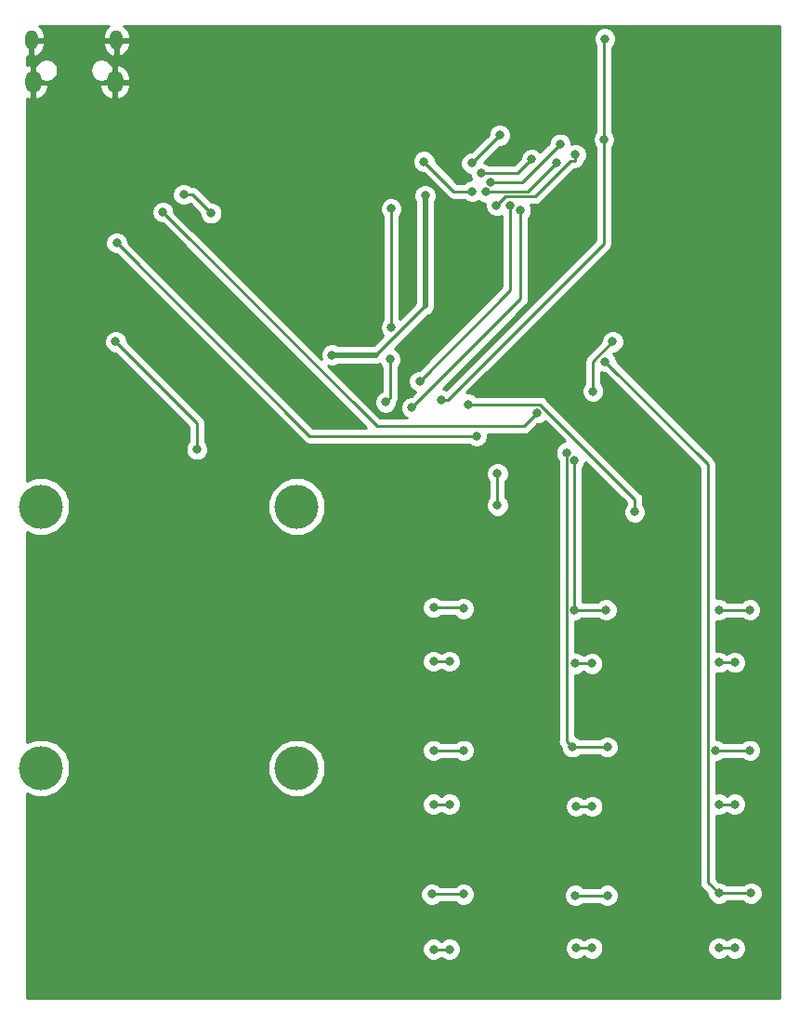
<source format=gbr>
G04 #@! TF.GenerationSoftware,KiCad,Pcbnew,(5.0.2)-1*
G04 #@! TF.CreationDate,2020-02-13T19:07:28+01:00*
G04 #@! TF.ProjectId,Project-ESD,50726f6a-6563-4742-9d45-53442e6b6963,rev?*
G04 #@! TF.SameCoordinates,Original*
G04 #@! TF.FileFunction,Copper,L2,Bot*
G04 #@! TF.FilePolarity,Positive*
%FSLAX46Y46*%
G04 Gerber Fmt 4.6, Leading zero omitted, Abs format (unit mm)*
G04 Created by KiCad (PCBNEW (5.0.2)-1) date 2020-02-13 19:07:28*
%MOMM*%
%LPD*%
G01*
G04 APERTURE LIST*
G04 #@! TA.AperFunction,ComponentPad*
%ADD10O,1.450000X2.000000*%
G04 #@! TD*
G04 #@! TA.AperFunction,ComponentPad*
%ADD11O,1.150000X1.800000*%
G04 #@! TD*
G04 #@! TA.AperFunction,ViaPad*
%ADD12C,4.000000*%
G04 #@! TD*
G04 #@! TA.AperFunction,ViaPad*
%ADD13C,0.800000*%
G04 #@! TD*
G04 #@! TA.AperFunction,Conductor*
%ADD14C,0.500000*%
G04 #@! TD*
G04 #@! TA.AperFunction,Conductor*
%ADD15C,0.350000*%
G04 #@! TD*
G04 #@! TA.AperFunction,Conductor*
%ADD16C,0.250000*%
G04 #@! TD*
G04 #@! TA.AperFunction,Conductor*
%ADD17C,0.254000*%
G04 #@! TD*
G04 APERTURE END LIST*
D10*
G04 #@! TO.P,J1,6*
G04 #@! TO.N,GND*
X119925000Y-53550000D03*
X112475000Y-53550000D03*
D11*
X120075000Y-49750000D03*
X112325000Y-49750000D03*
G04 #@! TD*
D12*
G04 #@! TO.N,*
X136500000Y-116000000D03*
X136500000Y-92200000D03*
X113200000Y-116000000D03*
X113200000Y-92200000D03*
D13*
G04 #@! TO.N,+3V3*
X148200000Y-63900000D03*
X139700000Y-78400000D03*
G04 #@! TO.N,RES*
X145100000Y-65100000D03*
X145100000Y-75900000D03*
X126200000Y-63800000D03*
X128700000Y-65500000D03*
X120000000Y-77200000D03*
X127400000Y-87000000D03*
G04 #@! TO.N,Net-(D4-Pad2)*
X148962500Y-106300000D03*
X150412500Y-106300000D03*
G04 #@! TO.N,Net-(D5-Pad2)*
X148962500Y-119300000D03*
X150412500Y-119300000D03*
G04 #@! TO.N,Net-(D6-Pad2)*
X148962500Y-132500000D03*
X150412500Y-132500000D03*
G04 #@! TO.N,Net-(D8-Pad2)*
X161900000Y-106500000D03*
X163412500Y-106500000D03*
G04 #@! TO.N,Net-(D9-Pad2)*
X161962500Y-119500000D03*
X163412500Y-119500000D03*
G04 #@! TO.N,Net-(D10-Pad2)*
X161962500Y-132400000D03*
X163412500Y-132400000D03*
G04 #@! TO.N,Net-(D12-Pad2)*
X174962500Y-106400000D03*
X176412500Y-106400000D03*
G04 #@! TO.N,Net-(D13-Pad2)*
X174962500Y-119300000D03*
X176412500Y-119300000D03*
G04 #@! TO.N,Net-(D14-Pad2)*
X174962500Y-132400000D03*
X176412500Y-132400000D03*
G04 #@! TO.N,Net-(J2-Pad2)*
X124300000Y-65400000D03*
X158400000Y-83700000D03*
G04 #@! TO.N,Net-(J2-Pad4)*
X120100000Y-68200000D03*
X152900000Y-85800000D03*
G04 #@! TO.N,Net-(J3-Pad2)*
X155000000Y-58400000D03*
X152448952Y-60951048D03*
G04 #@! TO.N,D1*
X147000000Y-83200000D03*
X156897901Y-65199997D03*
G04 #@! TO.N,DC*
X144600000Y-82700000D03*
X145000000Y-78800000D03*
G04 #@! TO.N,D0*
X147700000Y-80800000D03*
X155974970Y-64815015D03*
G04 #@! TO.N,BZ*
X149700000Y-82500000D03*
X164574266Y-49625734D03*
X164500000Y-58800000D03*
G04 #@! TO.N,LED2*
X148100000Y-60800000D03*
X152499990Y-63500000D03*
G04 #@! TO.N,ROW1*
X160200000Y-60900000D03*
X153768312Y-63575785D03*
G04 #@! TO.N,ROW2*
X148962500Y-101400000D03*
X151700000Y-101500000D03*
X161800000Y-101600000D03*
X164700000Y-101600000D03*
X174962500Y-101600000D03*
X177800000Y-101600000D03*
X161897775Y-60175000D03*
X154700000Y-64800000D03*
X161800000Y-88000000D03*
G04 #@! TO.N,ROW3*
X148962500Y-114400000D03*
X151700000Y-114400000D03*
X161600000Y-114100000D03*
X164800000Y-114100000D03*
X174700000Y-114400000D03*
X177800000Y-114400000D03*
X161092892Y-87292892D03*
X163500000Y-81700000D03*
X165300000Y-77200000D03*
G04 #@! TO.N,ROW4*
X148800000Y-127500000D03*
X151700000Y-127500000D03*
X161900000Y-127600000D03*
X164800000Y-127600000D03*
X174962500Y-127400000D03*
X177900000Y-127400000D03*
X164623959Y-79023959D03*
G04 #@! TO.N,GND*
X118300000Y-126800000D03*
X119340000Y-126800000D03*
X121420000Y-126800000D03*
X120380000Y-126800000D03*
X118300000Y-130000000D03*
X119340000Y-130000000D03*
X121420000Y-130000000D03*
X122460000Y-130000000D03*
X123500000Y-130000000D03*
X120380000Y-130000000D03*
X147900000Y-56000000D03*
X154500000Y-55700000D03*
X144000000Y-63000000D03*
X143100000Y-75400000D03*
X160500000Y-82500000D03*
X121500000Y-65900000D03*
X121500000Y-65900000D03*
X121500000Y-65900000D03*
X178900000Y-135500000D03*
X155000000Y-134100000D03*
X177700000Y-111500000D03*
X141900000Y-105200000D03*
X145100000Y-112400000D03*
X144500000Y-123900000D03*
X141100000Y-112700000D03*
X115600000Y-77000000D03*
X114700000Y-84000000D03*
X134200000Y-85900000D03*
X136900000Y-81100000D03*
X174500000Y-83100000D03*
X172800000Y-75900000D03*
X172700000Y-80200000D03*
X169600000Y-81100000D03*
X166600000Y-83900000D03*
X169100000Y-86700000D03*
X178200000Y-69900000D03*
X159000000Y-50000000D03*
X133800000Y-55100000D03*
X131000000Y-57000000D03*
X127500000Y-57300000D03*
X125800000Y-55100000D03*
X119600000Y-57800000D03*
X114100000Y-57400000D03*
X132400000Y-76000000D03*
X138400000Y-74000000D03*
X123900000Y-69500000D03*
X134400000Y-68000000D03*
X143400000Y-67500000D03*
X115800000Y-80600000D03*
X120100000Y-86400000D03*
X123500000Y-122900000D03*
X122460000Y-122900000D03*
X121420000Y-122900000D03*
X120380000Y-122900000D03*
X119340000Y-122900000D03*
X118300000Y-122900000D03*
X118300000Y-129000000D03*
X118300000Y-127800000D03*
X118300000Y-125700000D03*
X118200000Y-124300000D03*
X126900000Y-130400000D03*
X127400000Y-129300000D03*
X127900000Y-128100000D03*
X128300000Y-126900000D03*
X128800000Y-125600000D03*
X129200000Y-124200000D03*
X129600000Y-122900000D03*
X130500000Y-122000000D03*
X131300000Y-122900000D03*
X131900000Y-124200000D03*
X132400000Y-125700000D03*
X132900000Y-126900000D03*
X133400000Y-128200000D03*
X134000000Y-129300000D03*
X134500000Y-130400000D03*
X129500000Y-126900000D03*
X130600000Y-126900000D03*
X131750000Y-126900000D03*
X150000000Y-70400000D03*
X150000000Y-73300000D03*
X150000000Y-75700000D03*
X158400000Y-76000000D03*
X158500000Y-72800000D03*
X154200000Y-69200000D03*
X177800000Y-60100000D03*
X170300000Y-60100000D03*
X170300000Y-53900000D03*
X177800000Y-53900000D03*
X174100000Y-56800000D03*
X139700000Y-120400000D03*
X140100000Y-126700000D03*
X140200000Y-132300000D03*
G04 #@! TO.N,COL2*
X154800000Y-92100000D03*
X154800000Y-89200000D03*
G04 #@! TO.N,COL3*
X167300000Y-92700000D03*
X152125000Y-82900000D03*
G04 #@! TO.N,Net-(J3-Pad1)*
X153300000Y-61875000D03*
X157900000Y-60600000D03*
G04 #@! TO.N,Net-(J6-Pad2)*
X160500000Y-59200000D03*
X154148952Y-62651048D03*
G04 #@! TD*
D14*
G04 #@! TO.N,+3V3*
X143747002Y-78400000D02*
X139700000Y-78400000D01*
X148200000Y-63900000D02*
X148200000Y-73947002D01*
D15*
X148200000Y-73947002D02*
X143747002Y-78400000D01*
D16*
G04 #@! TO.N,RES*
X145100000Y-65100000D02*
X145100000Y-75900000D01*
X126200000Y-63800000D02*
X127000000Y-63800000D01*
X127000000Y-63800000D02*
X128700000Y-65500000D01*
X120000000Y-77200000D02*
X127400000Y-84600000D01*
X127400000Y-84600000D02*
X127400000Y-87000000D01*
G04 #@! TO.N,Net-(D4-Pad2)*
X148962500Y-106300000D02*
X150412500Y-106300000D01*
G04 #@! TO.N,Net-(D5-Pad2)*
X148962500Y-119300000D02*
X150412500Y-119300000D01*
G04 #@! TO.N,Net-(D6-Pad2)*
X148962500Y-132500000D02*
X150412500Y-132500000D01*
G04 #@! TO.N,Net-(D8-Pad2)*
X161900000Y-106500000D02*
X163412500Y-106500000D01*
G04 #@! TO.N,Net-(D9-Pad2)*
X161962500Y-119500000D02*
X163412500Y-119500000D01*
G04 #@! TO.N,Net-(D10-Pad2)*
X161962500Y-132400000D02*
X163412500Y-132400000D01*
G04 #@! TO.N,Net-(D12-Pad2)*
X174962500Y-106400000D02*
X176412500Y-106400000D01*
G04 #@! TO.N,Net-(D13-Pad2)*
X174962500Y-119300000D02*
X176412500Y-119300000D01*
G04 #@! TO.N,Net-(D14-Pad2)*
X174962500Y-132400000D02*
X175528185Y-132400000D01*
X175528185Y-132400000D02*
X176412500Y-132400000D01*
G04 #@! TO.N,Net-(J2-Pad2)*
X124300000Y-65400000D02*
X143800000Y-84900000D01*
X143800000Y-84900000D02*
X149800000Y-84900000D01*
X149800000Y-84900000D02*
X157200000Y-84900000D01*
X157200000Y-84900000D02*
X158400000Y-83700000D01*
G04 #@! TO.N,Net-(J2-Pad4)*
X120100000Y-68200000D02*
X137700000Y-85800000D01*
X137700000Y-85800000D02*
X152900000Y-85800000D01*
G04 #@! TO.N,Net-(J3-Pad2)*
X155000000Y-58400000D02*
X152448952Y-60951048D01*
G04 #@! TO.N,D1*
X156897901Y-73302099D02*
X156897901Y-65765682D01*
X156897901Y-65765682D02*
X156897901Y-65199997D01*
X147000000Y-83200000D02*
X156897901Y-73302099D01*
G04 #@! TO.N,DC*
X144600000Y-82700000D02*
X145000000Y-82300000D01*
X145000000Y-82300000D02*
X145000000Y-78800000D01*
G04 #@! TO.N,D0*
X155974970Y-65380700D02*
X155974970Y-64815015D01*
X147700000Y-80800000D02*
X155974970Y-72525030D01*
X155974970Y-72525030D02*
X155974970Y-65380700D01*
G04 #@! TO.N,BZ*
X150265685Y-82500000D02*
X164500000Y-68265685D01*
X149700000Y-82500000D02*
X150265685Y-82500000D01*
X164500000Y-68265685D02*
X164500000Y-58800000D01*
X164500000Y-49700000D02*
X164574266Y-49625734D01*
X164500000Y-58800000D02*
X164500000Y-49700000D01*
G04 #@! TO.N,LED2*
X151934305Y-63500000D02*
X152499990Y-63500000D01*
X148100000Y-60800000D02*
X150800000Y-63500000D01*
X150800000Y-63500000D02*
X151934305Y-63500000D01*
G04 #@! TO.N,ROW1*
X160200000Y-60900000D02*
X157584913Y-63515087D01*
X157584913Y-63515087D02*
X154394695Y-63515087D01*
X154333997Y-63575785D02*
X153768312Y-63575785D01*
X154394695Y-63515087D02*
X154333997Y-63575785D01*
G04 #@! TO.N,ROW2*
X148962500Y-101400000D02*
X151600000Y-101400000D01*
X151600000Y-101400000D02*
X151700000Y-101500000D01*
X161800000Y-101600000D02*
X164700000Y-101600000D01*
X174962500Y-101600000D02*
X177800000Y-101600000D01*
X161897775Y-60175000D02*
X161897775Y-60740685D01*
X161800000Y-101600000D02*
X161800000Y-88000000D01*
X161897775Y-60740685D02*
X161459315Y-60740685D01*
X161459315Y-60740685D02*
X158200000Y-64000000D01*
X155500000Y-64000000D02*
X154700000Y-64800000D01*
X158200000Y-64000000D02*
X155500000Y-64000000D01*
G04 #@! TO.N,ROW3*
X148962500Y-114400000D02*
X151700000Y-114400000D01*
X161600000Y-114100000D02*
X162165685Y-114100000D01*
X162165685Y-114100000D02*
X164800000Y-114100000D01*
X174700000Y-114400000D02*
X177800000Y-114400000D01*
X161074999Y-87310785D02*
X161092892Y-87292892D01*
X161600000Y-114100000D02*
X161074999Y-113574999D01*
X161074999Y-113574999D02*
X161074999Y-87310785D01*
X163500000Y-81700000D02*
X163500000Y-79000000D01*
X163500000Y-79000000D02*
X165300000Y-77200000D01*
G04 #@! TO.N,ROW4*
X148800000Y-127500000D02*
X151700000Y-127500000D01*
X161900000Y-127600000D02*
X164800000Y-127600000D01*
X174962500Y-127400000D02*
X177900000Y-127400000D01*
X173974999Y-88374999D02*
X164623959Y-79023959D01*
X174962500Y-127400000D02*
X173974999Y-126412499D01*
X173974999Y-126412499D02*
X173974999Y-88374999D01*
D14*
G04 #@! TO.N,GND*
X147900000Y-59100000D02*
X144000000Y-63000000D01*
D16*
G04 #@! TO.N,COL2*
X154800000Y-92100000D02*
X154800000Y-89200000D01*
G04 #@! TO.N,COL3*
X158673002Y-82900000D02*
X152125000Y-82900000D01*
X167300000Y-92700000D02*
X167300000Y-91526998D01*
X167300000Y-91526998D02*
X158673002Y-82900000D01*
G04 #@! TO.N,Net-(J3-Pad1)*
X153300000Y-61875000D02*
X156625000Y-61875000D01*
X156625000Y-61875000D02*
X157900000Y-60600000D01*
G04 #@! TO.N,Net-(J6-Pad2)*
X157048952Y-62651048D02*
X154714637Y-62651048D01*
X154714637Y-62651048D02*
X154148952Y-62651048D01*
X160500000Y-59200000D02*
X157048952Y-62651048D01*
G04 #@! TD*
D17*
G04 #@! TO.N,GND*
G36*
X119309204Y-48479598D02*
X119005707Y-48844620D01*
X118865000Y-49298000D01*
X118865000Y-49623000D01*
X119948000Y-49623000D01*
X119948000Y-49603000D01*
X120202000Y-49603000D01*
X120202000Y-49623000D01*
X121285000Y-49623000D01*
X121285000Y-49298000D01*
X121144293Y-48844620D01*
X120840796Y-48479598D01*
X120756059Y-48435000D01*
X180465000Y-48435000D01*
X180465001Y-136965000D01*
X111935000Y-136965000D01*
X111935000Y-132294126D01*
X147927500Y-132294126D01*
X147927500Y-132705874D01*
X148085069Y-133086280D01*
X148376220Y-133377431D01*
X148756626Y-133535000D01*
X149168374Y-133535000D01*
X149548780Y-133377431D01*
X149666211Y-133260000D01*
X149708789Y-133260000D01*
X149826220Y-133377431D01*
X150206626Y-133535000D01*
X150618374Y-133535000D01*
X150998780Y-133377431D01*
X151289931Y-133086280D01*
X151447500Y-132705874D01*
X151447500Y-132294126D01*
X151406079Y-132194126D01*
X160927500Y-132194126D01*
X160927500Y-132605874D01*
X161085069Y-132986280D01*
X161376220Y-133277431D01*
X161756626Y-133435000D01*
X162168374Y-133435000D01*
X162548780Y-133277431D01*
X162666211Y-133160000D01*
X162708789Y-133160000D01*
X162826220Y-133277431D01*
X163206626Y-133435000D01*
X163618374Y-133435000D01*
X163998780Y-133277431D01*
X164289931Y-132986280D01*
X164447500Y-132605874D01*
X164447500Y-132194126D01*
X173927500Y-132194126D01*
X173927500Y-132605874D01*
X174085069Y-132986280D01*
X174376220Y-133277431D01*
X174756626Y-133435000D01*
X175168374Y-133435000D01*
X175548780Y-133277431D01*
X175666211Y-133160000D01*
X175708789Y-133160000D01*
X175826220Y-133277431D01*
X176206626Y-133435000D01*
X176618374Y-133435000D01*
X176998780Y-133277431D01*
X177289931Y-132986280D01*
X177447500Y-132605874D01*
X177447500Y-132194126D01*
X177289931Y-131813720D01*
X176998780Y-131522569D01*
X176618374Y-131365000D01*
X176206626Y-131365000D01*
X175826220Y-131522569D01*
X175708789Y-131640000D01*
X175666211Y-131640000D01*
X175548780Y-131522569D01*
X175168374Y-131365000D01*
X174756626Y-131365000D01*
X174376220Y-131522569D01*
X174085069Y-131813720D01*
X173927500Y-132194126D01*
X164447500Y-132194126D01*
X164289931Y-131813720D01*
X163998780Y-131522569D01*
X163618374Y-131365000D01*
X163206626Y-131365000D01*
X162826220Y-131522569D01*
X162708789Y-131640000D01*
X162666211Y-131640000D01*
X162548780Y-131522569D01*
X162168374Y-131365000D01*
X161756626Y-131365000D01*
X161376220Y-131522569D01*
X161085069Y-131813720D01*
X160927500Y-132194126D01*
X151406079Y-132194126D01*
X151289931Y-131913720D01*
X150998780Y-131622569D01*
X150618374Y-131465000D01*
X150206626Y-131465000D01*
X149826220Y-131622569D01*
X149708789Y-131740000D01*
X149666211Y-131740000D01*
X149548780Y-131622569D01*
X149168374Y-131465000D01*
X148756626Y-131465000D01*
X148376220Y-131622569D01*
X148085069Y-131913720D01*
X147927500Y-132294126D01*
X111935000Y-132294126D01*
X111935000Y-127294126D01*
X147765000Y-127294126D01*
X147765000Y-127705874D01*
X147922569Y-128086280D01*
X148213720Y-128377431D01*
X148594126Y-128535000D01*
X149005874Y-128535000D01*
X149386280Y-128377431D01*
X149503711Y-128260000D01*
X150996289Y-128260000D01*
X151113720Y-128377431D01*
X151494126Y-128535000D01*
X151905874Y-128535000D01*
X152286280Y-128377431D01*
X152577431Y-128086280D01*
X152735000Y-127705874D01*
X152735000Y-127394126D01*
X160865000Y-127394126D01*
X160865000Y-127805874D01*
X161022569Y-128186280D01*
X161313720Y-128477431D01*
X161694126Y-128635000D01*
X162105874Y-128635000D01*
X162486280Y-128477431D01*
X162603711Y-128360000D01*
X164096289Y-128360000D01*
X164213720Y-128477431D01*
X164594126Y-128635000D01*
X165005874Y-128635000D01*
X165386280Y-128477431D01*
X165677431Y-128186280D01*
X165835000Y-127805874D01*
X165835000Y-127394126D01*
X165677431Y-127013720D01*
X165386280Y-126722569D01*
X165005874Y-126565000D01*
X164594126Y-126565000D01*
X164213720Y-126722569D01*
X164096289Y-126840000D01*
X162603711Y-126840000D01*
X162486280Y-126722569D01*
X162105874Y-126565000D01*
X161694126Y-126565000D01*
X161313720Y-126722569D01*
X161022569Y-127013720D01*
X160865000Y-127394126D01*
X152735000Y-127394126D01*
X152735000Y-127294126D01*
X152577431Y-126913720D01*
X152286280Y-126622569D01*
X151905874Y-126465000D01*
X151494126Y-126465000D01*
X151113720Y-126622569D01*
X150996289Y-126740000D01*
X149503711Y-126740000D01*
X149386280Y-126622569D01*
X149005874Y-126465000D01*
X148594126Y-126465000D01*
X148213720Y-126622569D01*
X147922569Y-126913720D01*
X147765000Y-127294126D01*
X111935000Y-127294126D01*
X111935000Y-119094126D01*
X147927500Y-119094126D01*
X147927500Y-119505874D01*
X148085069Y-119886280D01*
X148376220Y-120177431D01*
X148756626Y-120335000D01*
X149168374Y-120335000D01*
X149548780Y-120177431D01*
X149666211Y-120060000D01*
X149708789Y-120060000D01*
X149826220Y-120177431D01*
X150206626Y-120335000D01*
X150618374Y-120335000D01*
X150998780Y-120177431D01*
X151289931Y-119886280D01*
X151447500Y-119505874D01*
X151447500Y-119294126D01*
X160927500Y-119294126D01*
X160927500Y-119705874D01*
X161085069Y-120086280D01*
X161376220Y-120377431D01*
X161756626Y-120535000D01*
X162168374Y-120535000D01*
X162548780Y-120377431D01*
X162666211Y-120260000D01*
X162708789Y-120260000D01*
X162826220Y-120377431D01*
X163206626Y-120535000D01*
X163618374Y-120535000D01*
X163998780Y-120377431D01*
X164289931Y-120086280D01*
X164447500Y-119705874D01*
X164447500Y-119294126D01*
X164289931Y-118913720D01*
X163998780Y-118622569D01*
X163618374Y-118465000D01*
X163206626Y-118465000D01*
X162826220Y-118622569D01*
X162708789Y-118740000D01*
X162666211Y-118740000D01*
X162548780Y-118622569D01*
X162168374Y-118465000D01*
X161756626Y-118465000D01*
X161376220Y-118622569D01*
X161085069Y-118913720D01*
X160927500Y-119294126D01*
X151447500Y-119294126D01*
X151447500Y-119094126D01*
X151289931Y-118713720D01*
X150998780Y-118422569D01*
X150618374Y-118265000D01*
X150206626Y-118265000D01*
X149826220Y-118422569D01*
X149708789Y-118540000D01*
X149666211Y-118540000D01*
X149548780Y-118422569D01*
X149168374Y-118265000D01*
X148756626Y-118265000D01*
X148376220Y-118422569D01*
X148085069Y-118713720D01*
X147927500Y-119094126D01*
X111935000Y-119094126D01*
X111935000Y-118328123D01*
X112675866Y-118635000D01*
X113724134Y-118635000D01*
X114692608Y-118233845D01*
X115433845Y-117492608D01*
X115835000Y-116524134D01*
X115835000Y-115475866D01*
X133865000Y-115475866D01*
X133865000Y-116524134D01*
X134266155Y-117492608D01*
X135007392Y-118233845D01*
X135975866Y-118635000D01*
X137024134Y-118635000D01*
X137992608Y-118233845D01*
X138733845Y-117492608D01*
X139135000Y-116524134D01*
X139135000Y-115475866D01*
X138733845Y-114507392D01*
X138420579Y-114194126D01*
X147927500Y-114194126D01*
X147927500Y-114605874D01*
X148085069Y-114986280D01*
X148376220Y-115277431D01*
X148756626Y-115435000D01*
X149168374Y-115435000D01*
X149548780Y-115277431D01*
X149666211Y-115160000D01*
X150996289Y-115160000D01*
X151113720Y-115277431D01*
X151494126Y-115435000D01*
X151905874Y-115435000D01*
X152286280Y-115277431D01*
X152577431Y-114986280D01*
X152735000Y-114605874D01*
X152735000Y-114194126D01*
X152577431Y-113813720D01*
X152286280Y-113522569D01*
X151905874Y-113365000D01*
X151494126Y-113365000D01*
X151113720Y-113522569D01*
X150996289Y-113640000D01*
X149666211Y-113640000D01*
X149548780Y-113522569D01*
X149168374Y-113365000D01*
X148756626Y-113365000D01*
X148376220Y-113522569D01*
X148085069Y-113813720D01*
X147927500Y-114194126D01*
X138420579Y-114194126D01*
X137992608Y-113766155D01*
X137024134Y-113365000D01*
X135975866Y-113365000D01*
X135007392Y-113766155D01*
X134266155Y-114507392D01*
X133865000Y-115475866D01*
X115835000Y-115475866D01*
X115433845Y-114507392D01*
X114692608Y-113766155D01*
X113724134Y-113365000D01*
X112675866Y-113365000D01*
X111935000Y-113671877D01*
X111935000Y-106094126D01*
X147927500Y-106094126D01*
X147927500Y-106505874D01*
X148085069Y-106886280D01*
X148376220Y-107177431D01*
X148756626Y-107335000D01*
X149168374Y-107335000D01*
X149548780Y-107177431D01*
X149666211Y-107060000D01*
X149708789Y-107060000D01*
X149826220Y-107177431D01*
X150206626Y-107335000D01*
X150618374Y-107335000D01*
X150998780Y-107177431D01*
X151289931Y-106886280D01*
X151447500Y-106505874D01*
X151447500Y-106094126D01*
X151289931Y-105713720D01*
X150998780Y-105422569D01*
X150618374Y-105265000D01*
X150206626Y-105265000D01*
X149826220Y-105422569D01*
X149708789Y-105540000D01*
X149666211Y-105540000D01*
X149548780Y-105422569D01*
X149168374Y-105265000D01*
X148756626Y-105265000D01*
X148376220Y-105422569D01*
X148085069Y-105713720D01*
X147927500Y-106094126D01*
X111935000Y-106094126D01*
X111935000Y-101194126D01*
X147927500Y-101194126D01*
X147927500Y-101605874D01*
X148085069Y-101986280D01*
X148376220Y-102277431D01*
X148756626Y-102435000D01*
X149168374Y-102435000D01*
X149548780Y-102277431D01*
X149666211Y-102160000D01*
X150896289Y-102160000D01*
X151113720Y-102377431D01*
X151494126Y-102535000D01*
X151905874Y-102535000D01*
X152286280Y-102377431D01*
X152577431Y-102086280D01*
X152735000Y-101705874D01*
X152735000Y-101294126D01*
X152577431Y-100913720D01*
X152286280Y-100622569D01*
X151905874Y-100465000D01*
X151494126Y-100465000D01*
X151113720Y-100622569D01*
X151096289Y-100640000D01*
X149666211Y-100640000D01*
X149548780Y-100522569D01*
X149168374Y-100365000D01*
X148756626Y-100365000D01*
X148376220Y-100522569D01*
X148085069Y-100813720D01*
X147927500Y-101194126D01*
X111935000Y-101194126D01*
X111935000Y-94528123D01*
X112675866Y-94835000D01*
X113724134Y-94835000D01*
X114692608Y-94433845D01*
X115433845Y-93692608D01*
X115835000Y-92724134D01*
X115835000Y-91675866D01*
X133865000Y-91675866D01*
X133865000Y-92724134D01*
X134266155Y-93692608D01*
X135007392Y-94433845D01*
X135975866Y-94835000D01*
X137024134Y-94835000D01*
X137992608Y-94433845D01*
X138733845Y-93692608D01*
X139135000Y-92724134D01*
X139135000Y-91675866D01*
X138733845Y-90707392D01*
X137992608Y-89966155D01*
X137024134Y-89565000D01*
X135975866Y-89565000D01*
X135007392Y-89966155D01*
X134266155Y-90707392D01*
X133865000Y-91675866D01*
X115835000Y-91675866D01*
X115433845Y-90707392D01*
X114692608Y-89966155D01*
X113724134Y-89565000D01*
X112675866Y-89565000D01*
X111935000Y-89871877D01*
X111935000Y-88994126D01*
X153765000Y-88994126D01*
X153765000Y-89405874D01*
X153922569Y-89786280D01*
X154040001Y-89903712D01*
X154040000Y-91396289D01*
X153922569Y-91513720D01*
X153765000Y-91894126D01*
X153765000Y-92305874D01*
X153922569Y-92686280D01*
X154213720Y-92977431D01*
X154594126Y-93135000D01*
X155005874Y-93135000D01*
X155386280Y-92977431D01*
X155677431Y-92686280D01*
X155835000Y-92305874D01*
X155835000Y-91894126D01*
X155677431Y-91513720D01*
X155560000Y-91396289D01*
X155560000Y-89903711D01*
X155677431Y-89786280D01*
X155835000Y-89405874D01*
X155835000Y-88994126D01*
X155677431Y-88613720D01*
X155386280Y-88322569D01*
X155005874Y-88165000D01*
X154594126Y-88165000D01*
X154213720Y-88322569D01*
X153922569Y-88613720D01*
X153765000Y-88994126D01*
X111935000Y-88994126D01*
X111935000Y-76994126D01*
X118965000Y-76994126D01*
X118965000Y-77405874D01*
X119122569Y-77786280D01*
X119413720Y-78077431D01*
X119794126Y-78235000D01*
X119960199Y-78235000D01*
X126640000Y-84914803D01*
X126640001Y-86296288D01*
X126522569Y-86413720D01*
X126365000Y-86794126D01*
X126365000Y-87205874D01*
X126522569Y-87586280D01*
X126813720Y-87877431D01*
X127194126Y-88035000D01*
X127605874Y-88035000D01*
X127986280Y-87877431D01*
X128277431Y-87586280D01*
X128435000Y-87205874D01*
X128435000Y-86794126D01*
X128277431Y-86413720D01*
X128160000Y-86296289D01*
X128160000Y-84674846D01*
X128174888Y-84599999D01*
X128160000Y-84525152D01*
X128160000Y-84525148D01*
X128115904Y-84303463D01*
X128070158Y-84235000D01*
X127990329Y-84115526D01*
X127990327Y-84115524D01*
X127947929Y-84052071D01*
X127884476Y-84009673D01*
X121035000Y-77160199D01*
X121035000Y-76994126D01*
X120877431Y-76613720D01*
X120586280Y-76322569D01*
X120205874Y-76165000D01*
X119794126Y-76165000D01*
X119413720Y-76322569D01*
X119122569Y-76613720D01*
X118965000Y-76994126D01*
X111935000Y-76994126D01*
X111935000Y-67994126D01*
X119065000Y-67994126D01*
X119065000Y-68405874D01*
X119222569Y-68786280D01*
X119513720Y-69077431D01*
X119894126Y-69235000D01*
X120060199Y-69235000D01*
X137109671Y-86284473D01*
X137152071Y-86347929D01*
X137215527Y-86390329D01*
X137403462Y-86515904D01*
X137414020Y-86518004D01*
X137625148Y-86560000D01*
X137625152Y-86560000D01*
X137700000Y-86574888D01*
X137774848Y-86560000D01*
X152196289Y-86560000D01*
X152313720Y-86677431D01*
X152694126Y-86835000D01*
X153105874Y-86835000D01*
X153486280Y-86677431D01*
X153777431Y-86386280D01*
X153935000Y-86005874D01*
X153935000Y-85660000D01*
X157125153Y-85660000D01*
X157200000Y-85674888D01*
X157274847Y-85660000D01*
X157274852Y-85660000D01*
X157496537Y-85615904D01*
X157747929Y-85447929D01*
X157790331Y-85384470D01*
X158439802Y-84735000D01*
X158605874Y-84735000D01*
X158986280Y-84577431D01*
X159130956Y-84432755D01*
X160956093Y-86257892D01*
X160887018Y-86257892D01*
X160506612Y-86415461D01*
X160215461Y-86706612D01*
X160057892Y-87087018D01*
X160057892Y-87498766D01*
X160215461Y-87879172D01*
X160315000Y-87978711D01*
X160314999Y-113500152D01*
X160300111Y-113574999D01*
X160314999Y-113649846D01*
X160314999Y-113649850D01*
X160359095Y-113871535D01*
X160527070Y-114122928D01*
X160565000Y-114148272D01*
X160565000Y-114305874D01*
X160722569Y-114686280D01*
X161013720Y-114977431D01*
X161394126Y-115135000D01*
X161805874Y-115135000D01*
X162186280Y-114977431D01*
X162303711Y-114860000D01*
X164096289Y-114860000D01*
X164213720Y-114977431D01*
X164594126Y-115135000D01*
X165005874Y-115135000D01*
X165386280Y-114977431D01*
X165677431Y-114686280D01*
X165835000Y-114305874D01*
X165835000Y-113894126D01*
X165677431Y-113513720D01*
X165386280Y-113222569D01*
X165005874Y-113065000D01*
X164594126Y-113065000D01*
X164213720Y-113222569D01*
X164096289Y-113340000D01*
X162303711Y-113340000D01*
X162186280Y-113222569D01*
X161834999Y-113077064D01*
X161834999Y-107535000D01*
X162105874Y-107535000D01*
X162486280Y-107377431D01*
X162603711Y-107260000D01*
X162708789Y-107260000D01*
X162826220Y-107377431D01*
X163206626Y-107535000D01*
X163618374Y-107535000D01*
X163998780Y-107377431D01*
X164289931Y-107086280D01*
X164447500Y-106705874D01*
X164447500Y-106294126D01*
X164289931Y-105913720D01*
X163998780Y-105622569D01*
X163618374Y-105465000D01*
X163206626Y-105465000D01*
X162826220Y-105622569D01*
X162708789Y-105740000D01*
X162603711Y-105740000D01*
X162486280Y-105622569D01*
X162105874Y-105465000D01*
X161834999Y-105465000D01*
X161834999Y-102635000D01*
X162005874Y-102635000D01*
X162386280Y-102477431D01*
X162503711Y-102360000D01*
X163996289Y-102360000D01*
X164113720Y-102477431D01*
X164494126Y-102635000D01*
X164905874Y-102635000D01*
X165286280Y-102477431D01*
X165577431Y-102186280D01*
X165735000Y-101805874D01*
X165735000Y-101394126D01*
X165577431Y-101013720D01*
X165286280Y-100722569D01*
X164905874Y-100565000D01*
X164494126Y-100565000D01*
X164113720Y-100722569D01*
X163996289Y-100840000D01*
X162560000Y-100840000D01*
X162560000Y-88703711D01*
X162677431Y-88586280D01*
X162835000Y-88205874D01*
X162835000Y-88136800D01*
X166540001Y-91841801D01*
X166540001Y-91996288D01*
X166422569Y-92113720D01*
X166265000Y-92494126D01*
X166265000Y-92905874D01*
X166422569Y-93286280D01*
X166713720Y-93577431D01*
X167094126Y-93735000D01*
X167505874Y-93735000D01*
X167886280Y-93577431D01*
X168177431Y-93286280D01*
X168335000Y-92905874D01*
X168335000Y-92494126D01*
X168177431Y-92113720D01*
X168060000Y-91996289D01*
X168060000Y-91601846D01*
X168074888Y-91526998D01*
X168060000Y-91452150D01*
X168060000Y-91452146D01*
X168015904Y-91230461D01*
X167847929Y-90979069D01*
X167784473Y-90936669D01*
X159263333Y-82415530D01*
X159220931Y-82352071D01*
X158969539Y-82184096D01*
X158747854Y-82140000D01*
X158747849Y-82140000D01*
X158673002Y-82125112D01*
X158598155Y-82140000D01*
X152828711Y-82140000D01*
X152711280Y-82022569D01*
X152330874Y-81865000D01*
X151975486Y-81865000D01*
X152346360Y-81494126D01*
X162465000Y-81494126D01*
X162465000Y-81905874D01*
X162622569Y-82286280D01*
X162913720Y-82577431D01*
X163294126Y-82735000D01*
X163705874Y-82735000D01*
X164086280Y-82577431D01*
X164377431Y-82286280D01*
X164535000Y-81905874D01*
X164535000Y-81494126D01*
X164377431Y-81113720D01*
X164260000Y-80996289D01*
X164260000Y-79993478D01*
X164418085Y-80058959D01*
X164584158Y-80058959D01*
X173215000Y-88689802D01*
X173214999Y-126337652D01*
X173200111Y-126412499D01*
X173214999Y-126487346D01*
X173214999Y-126487350D01*
X173259095Y-126709035D01*
X173427070Y-126960428D01*
X173490528Y-127002830D01*
X173927500Y-127439802D01*
X173927500Y-127605874D01*
X174085069Y-127986280D01*
X174376220Y-128277431D01*
X174756626Y-128435000D01*
X175168374Y-128435000D01*
X175548780Y-128277431D01*
X175666211Y-128160000D01*
X177196289Y-128160000D01*
X177313720Y-128277431D01*
X177694126Y-128435000D01*
X178105874Y-128435000D01*
X178486280Y-128277431D01*
X178777431Y-127986280D01*
X178935000Y-127605874D01*
X178935000Y-127194126D01*
X178777431Y-126813720D01*
X178486280Y-126522569D01*
X178105874Y-126365000D01*
X177694126Y-126365000D01*
X177313720Y-126522569D01*
X177196289Y-126640000D01*
X175666211Y-126640000D01*
X175548780Y-126522569D01*
X175168374Y-126365000D01*
X175002302Y-126365000D01*
X174734999Y-126097697D01*
X174734999Y-120326042D01*
X174756626Y-120335000D01*
X175168374Y-120335000D01*
X175548780Y-120177431D01*
X175666211Y-120060000D01*
X175708789Y-120060000D01*
X175826220Y-120177431D01*
X176206626Y-120335000D01*
X176618374Y-120335000D01*
X176998780Y-120177431D01*
X177289931Y-119886280D01*
X177447500Y-119505874D01*
X177447500Y-119094126D01*
X177289931Y-118713720D01*
X176998780Y-118422569D01*
X176618374Y-118265000D01*
X176206626Y-118265000D01*
X175826220Y-118422569D01*
X175708789Y-118540000D01*
X175666211Y-118540000D01*
X175548780Y-118422569D01*
X175168374Y-118265000D01*
X174756626Y-118265000D01*
X174734999Y-118273958D01*
X174734999Y-115435000D01*
X174905874Y-115435000D01*
X175286280Y-115277431D01*
X175403711Y-115160000D01*
X177096289Y-115160000D01*
X177213720Y-115277431D01*
X177594126Y-115435000D01*
X178005874Y-115435000D01*
X178386280Y-115277431D01*
X178677431Y-114986280D01*
X178835000Y-114605874D01*
X178835000Y-114194126D01*
X178677431Y-113813720D01*
X178386280Y-113522569D01*
X178005874Y-113365000D01*
X177594126Y-113365000D01*
X177213720Y-113522569D01*
X177096289Y-113640000D01*
X175403711Y-113640000D01*
X175286280Y-113522569D01*
X174905874Y-113365000D01*
X174734999Y-113365000D01*
X174734999Y-107426042D01*
X174756626Y-107435000D01*
X175168374Y-107435000D01*
X175548780Y-107277431D01*
X175666211Y-107160000D01*
X175708789Y-107160000D01*
X175826220Y-107277431D01*
X176206626Y-107435000D01*
X176618374Y-107435000D01*
X176998780Y-107277431D01*
X177289931Y-106986280D01*
X177447500Y-106605874D01*
X177447500Y-106194126D01*
X177289931Y-105813720D01*
X176998780Y-105522569D01*
X176618374Y-105365000D01*
X176206626Y-105365000D01*
X175826220Y-105522569D01*
X175708789Y-105640000D01*
X175666211Y-105640000D01*
X175548780Y-105522569D01*
X175168374Y-105365000D01*
X174756626Y-105365000D01*
X174734999Y-105373958D01*
X174734999Y-102626042D01*
X174756626Y-102635000D01*
X175168374Y-102635000D01*
X175548780Y-102477431D01*
X175666211Y-102360000D01*
X177096289Y-102360000D01*
X177213720Y-102477431D01*
X177594126Y-102635000D01*
X178005874Y-102635000D01*
X178386280Y-102477431D01*
X178677431Y-102186280D01*
X178835000Y-101805874D01*
X178835000Y-101394126D01*
X178677431Y-101013720D01*
X178386280Y-100722569D01*
X178005874Y-100565000D01*
X177594126Y-100565000D01*
X177213720Y-100722569D01*
X177096289Y-100840000D01*
X175666211Y-100840000D01*
X175548780Y-100722569D01*
X175168374Y-100565000D01*
X174756626Y-100565000D01*
X174734999Y-100573958D01*
X174734999Y-88449847D01*
X174749887Y-88374999D01*
X174734999Y-88300151D01*
X174734999Y-88300147D01*
X174690903Y-88078462D01*
X174522928Y-87827070D01*
X174459472Y-87784670D01*
X165658959Y-78984158D01*
X165658959Y-78818085D01*
X165501390Y-78437679D01*
X165319257Y-78255546D01*
X165339802Y-78235000D01*
X165505874Y-78235000D01*
X165886280Y-78077431D01*
X166177431Y-77786280D01*
X166335000Y-77405874D01*
X166335000Y-76994126D01*
X166177431Y-76613720D01*
X165886280Y-76322569D01*
X165505874Y-76165000D01*
X165094126Y-76165000D01*
X164713720Y-76322569D01*
X164422569Y-76613720D01*
X164265000Y-76994126D01*
X164265000Y-77160198D01*
X163015528Y-78409671D01*
X162952072Y-78452071D01*
X162909672Y-78515527D01*
X162909671Y-78515528D01*
X162784097Y-78703463D01*
X162725112Y-79000000D01*
X162740001Y-79074852D01*
X162740000Y-80996289D01*
X162622569Y-81113720D01*
X162465000Y-81494126D01*
X152346360Y-81494126D01*
X164984476Y-68856012D01*
X165047929Y-68813614D01*
X165090327Y-68750161D01*
X165090329Y-68750159D01*
X165215903Y-68562223D01*
X165215904Y-68562222D01*
X165260000Y-68340537D01*
X165260000Y-68340533D01*
X165274888Y-68265686D01*
X165260000Y-68190839D01*
X165260000Y-59503711D01*
X165377431Y-59386280D01*
X165535000Y-59005874D01*
X165535000Y-58594126D01*
X165377431Y-58213720D01*
X165260000Y-58096289D01*
X165260000Y-50403711D01*
X165451697Y-50212014D01*
X165609266Y-49831608D01*
X165609266Y-49419860D01*
X165451697Y-49039454D01*
X165160546Y-48748303D01*
X164780140Y-48590734D01*
X164368392Y-48590734D01*
X163987986Y-48748303D01*
X163696835Y-49039454D01*
X163539266Y-49419860D01*
X163539266Y-49831608D01*
X163696835Y-50212014D01*
X163740001Y-50255180D01*
X163740000Y-58096289D01*
X163622569Y-58213720D01*
X163465000Y-58594126D01*
X163465000Y-59005874D01*
X163622569Y-59386280D01*
X163740001Y-59503712D01*
X163740000Y-67950882D01*
X150132155Y-81558729D01*
X149905874Y-81465000D01*
X149809801Y-81465000D01*
X157382374Y-73892428D01*
X157445830Y-73850028D01*
X157488825Y-73785681D01*
X157613805Y-73598637D01*
X157623381Y-73550494D01*
X157657901Y-73376951D01*
X157657901Y-73376947D01*
X157672789Y-73302099D01*
X157657901Y-73227251D01*
X157657901Y-65903708D01*
X157775332Y-65786277D01*
X157932901Y-65405871D01*
X157932901Y-64994123D01*
X157835924Y-64760000D01*
X158125153Y-64760000D01*
X158200000Y-64774888D01*
X158274847Y-64760000D01*
X158274852Y-64760000D01*
X158496537Y-64715904D01*
X158747929Y-64547929D01*
X158790331Y-64484470D01*
X161774118Y-61500685D01*
X161822923Y-61500685D01*
X161897775Y-61515574D01*
X162194312Y-61456589D01*
X162445704Y-61288614D01*
X162613679Y-61037222D01*
X162642089Y-60894397D01*
X162775206Y-60761280D01*
X162932775Y-60380874D01*
X162932775Y-59969126D01*
X162775206Y-59588720D01*
X162484055Y-59297569D01*
X162103649Y-59140000D01*
X161691901Y-59140000D01*
X161535000Y-59204990D01*
X161535000Y-58994126D01*
X161377431Y-58613720D01*
X161086280Y-58322569D01*
X160705874Y-58165000D01*
X160294126Y-58165000D01*
X159913720Y-58322569D01*
X159622569Y-58613720D01*
X159465000Y-58994126D01*
X159465000Y-59160198D01*
X158694455Y-59930744D01*
X158486280Y-59722569D01*
X158105874Y-59565000D01*
X157694126Y-59565000D01*
X157313720Y-59722569D01*
X157022569Y-60013720D01*
X156865000Y-60394126D01*
X156865000Y-60560198D01*
X156310199Y-61115000D01*
X154003711Y-61115000D01*
X153886280Y-60997569D01*
X153597039Y-60877762D01*
X155039802Y-59435000D01*
X155205874Y-59435000D01*
X155586280Y-59277431D01*
X155877431Y-58986280D01*
X156035000Y-58605874D01*
X156035000Y-58194126D01*
X155877431Y-57813720D01*
X155586280Y-57522569D01*
X155205874Y-57365000D01*
X154794126Y-57365000D01*
X154413720Y-57522569D01*
X154122569Y-57813720D01*
X153965000Y-58194126D01*
X153965000Y-58360198D01*
X152409151Y-59916048D01*
X152243078Y-59916048D01*
X151862672Y-60073617D01*
X151571521Y-60364768D01*
X151413952Y-60745174D01*
X151413952Y-61156922D01*
X151571521Y-61537328D01*
X151862672Y-61828479D01*
X152243078Y-61986048D01*
X152265000Y-61986048D01*
X152265000Y-62080874D01*
X152422569Y-62461280D01*
X152426289Y-62465000D01*
X152294116Y-62465000D01*
X151913710Y-62622569D01*
X151796279Y-62740000D01*
X151114802Y-62740000D01*
X149135000Y-60760199D01*
X149135000Y-60594126D01*
X148977431Y-60213720D01*
X148686280Y-59922569D01*
X148305874Y-59765000D01*
X147894126Y-59765000D01*
X147513720Y-59922569D01*
X147222569Y-60213720D01*
X147065000Y-60594126D01*
X147065000Y-61005874D01*
X147222569Y-61386280D01*
X147513720Y-61677431D01*
X147894126Y-61835000D01*
X148060199Y-61835000D01*
X150209671Y-63984473D01*
X150252071Y-64047929D01*
X150503463Y-64215904D01*
X150725148Y-64260000D01*
X150725152Y-64260000D01*
X150800000Y-64274888D01*
X150874848Y-64260000D01*
X151796279Y-64260000D01*
X151913710Y-64377431D01*
X152294116Y-64535000D01*
X152705864Y-64535000D01*
X153086270Y-64377431D01*
X153096259Y-64367443D01*
X153182032Y-64453216D01*
X153562438Y-64610785D01*
X153665000Y-64610785D01*
X153665000Y-65005874D01*
X153822569Y-65386280D01*
X154113720Y-65677431D01*
X154494126Y-65835000D01*
X154905874Y-65835000D01*
X155214971Y-65706968D01*
X155214970Y-72210228D01*
X147660199Y-79765000D01*
X147494126Y-79765000D01*
X147113720Y-79922569D01*
X146822569Y-80213720D01*
X146665000Y-80594126D01*
X146665000Y-81005874D01*
X146822569Y-81386280D01*
X147113720Y-81677431D01*
X147349928Y-81775271D01*
X146960199Y-82165000D01*
X146794126Y-82165000D01*
X146413720Y-82322569D01*
X146122569Y-82613720D01*
X145965000Y-82994126D01*
X145965000Y-83405874D01*
X146122569Y-83786280D01*
X146413720Y-84077431D01*
X146564775Y-84140000D01*
X144114803Y-84140000D01*
X139350177Y-79375374D01*
X139494126Y-79435000D01*
X139905874Y-79435000D01*
X140268007Y-79285000D01*
X143834167Y-79285000D01*
X144061858Y-79239710D01*
X144122569Y-79386280D01*
X144240001Y-79503712D01*
X144240000Y-81728841D01*
X144013720Y-81822569D01*
X143722569Y-82113720D01*
X143565000Y-82494126D01*
X143565000Y-82905874D01*
X143722569Y-83286280D01*
X144013720Y-83577431D01*
X144394126Y-83735000D01*
X144805874Y-83735000D01*
X145186280Y-83577431D01*
X145477431Y-83286280D01*
X145635000Y-82905874D01*
X145635000Y-82717618D01*
X145715904Y-82596537D01*
X145760000Y-82374852D01*
X145760000Y-82374848D01*
X145774888Y-82300001D01*
X145760000Y-82225154D01*
X145760000Y-79503711D01*
X145877431Y-79386280D01*
X146035000Y-79005874D01*
X146035000Y-78594126D01*
X145877431Y-78213720D01*
X145586280Y-77922569D01*
X145433308Y-77859206D01*
X148503555Y-74788959D01*
X148545310Y-74780654D01*
X148838049Y-74585051D01*
X149033652Y-74292312D01*
X149085000Y-74034167D01*
X149085000Y-64468007D01*
X149235000Y-64105874D01*
X149235000Y-63694126D01*
X149077431Y-63313720D01*
X148786280Y-63022569D01*
X148405874Y-62865000D01*
X147994126Y-62865000D01*
X147613720Y-63022569D01*
X147322569Y-63313720D01*
X147165000Y-63694126D01*
X147165000Y-64105874D01*
X147315000Y-64468007D01*
X147315001Y-73686488D01*
X145860000Y-75141489D01*
X145860000Y-65803711D01*
X145977431Y-65686280D01*
X146135000Y-65305874D01*
X146135000Y-64894126D01*
X145977431Y-64513720D01*
X145686280Y-64222569D01*
X145305874Y-64065000D01*
X144894126Y-64065000D01*
X144513720Y-64222569D01*
X144222569Y-64513720D01*
X144065000Y-64894126D01*
X144065000Y-65305874D01*
X144222569Y-65686280D01*
X144340000Y-65803711D01*
X144340001Y-75196288D01*
X144222569Y-75313720D01*
X144065000Y-75694126D01*
X144065000Y-76105874D01*
X144222569Y-76486280D01*
X144368889Y-76632600D01*
X143486490Y-77515000D01*
X140268007Y-77515000D01*
X139905874Y-77365000D01*
X139494126Y-77365000D01*
X139113720Y-77522569D01*
X138822569Y-77813720D01*
X138665000Y-78194126D01*
X138665000Y-78605874D01*
X138724626Y-78749823D01*
X125335000Y-65360199D01*
X125335000Y-65194126D01*
X125177431Y-64813720D01*
X124886280Y-64522569D01*
X124505874Y-64365000D01*
X124094126Y-64365000D01*
X123713720Y-64522569D01*
X123422569Y-64813720D01*
X123265000Y-65194126D01*
X123265000Y-65605874D01*
X123422569Y-65986280D01*
X123713720Y-66277431D01*
X124094126Y-66435000D01*
X124260199Y-66435000D01*
X142865197Y-85040000D01*
X138014802Y-85040000D01*
X121135000Y-68160199D01*
X121135000Y-67994126D01*
X120977431Y-67613720D01*
X120686280Y-67322569D01*
X120305874Y-67165000D01*
X119894126Y-67165000D01*
X119513720Y-67322569D01*
X119222569Y-67613720D01*
X119065000Y-67994126D01*
X111935000Y-67994126D01*
X111935000Y-63594126D01*
X125165000Y-63594126D01*
X125165000Y-64005874D01*
X125322569Y-64386280D01*
X125613720Y-64677431D01*
X125994126Y-64835000D01*
X126405874Y-64835000D01*
X126786280Y-64677431D01*
X126794455Y-64669256D01*
X127665000Y-65539802D01*
X127665000Y-65705874D01*
X127822569Y-66086280D01*
X128113720Y-66377431D01*
X128494126Y-66535000D01*
X128905874Y-66535000D01*
X129286280Y-66377431D01*
X129577431Y-66086280D01*
X129735000Y-65705874D01*
X129735000Y-65294126D01*
X129577431Y-64913720D01*
X129286280Y-64622569D01*
X128905874Y-64465000D01*
X128739802Y-64465000D01*
X127590331Y-63315530D01*
X127547929Y-63252071D01*
X127296537Y-63084096D01*
X127074852Y-63040000D01*
X127074847Y-63040000D01*
X127000000Y-63025112D01*
X126925153Y-63040000D01*
X126903711Y-63040000D01*
X126786280Y-62922569D01*
X126405874Y-62765000D01*
X125994126Y-62765000D01*
X125613720Y-62922569D01*
X125322569Y-63213720D01*
X125165000Y-63594126D01*
X111935000Y-63594126D01*
X111935000Y-55056017D01*
X112071884Y-55130076D01*
X112137742Y-55142519D01*
X112348000Y-55019518D01*
X112348000Y-53677000D01*
X112602000Y-53677000D01*
X112602000Y-55019518D01*
X112812258Y-55142519D01*
X112878116Y-55130076D01*
X113346862Y-54876467D01*
X113682875Y-54462782D01*
X113835000Y-53952000D01*
X113835000Y-53677000D01*
X118565000Y-53677000D01*
X118565000Y-53952000D01*
X118717125Y-54462782D01*
X119053138Y-54876467D01*
X119521884Y-55130076D01*
X119587742Y-55142519D01*
X119798000Y-55019518D01*
X119798000Y-53677000D01*
X120052000Y-53677000D01*
X120052000Y-55019518D01*
X120262258Y-55142519D01*
X120328116Y-55130076D01*
X120796862Y-54876467D01*
X121132875Y-54462782D01*
X121285000Y-53952000D01*
X121285000Y-53677000D01*
X120052000Y-53677000D01*
X119798000Y-53677000D01*
X118565000Y-53677000D01*
X113835000Y-53677000D01*
X112602000Y-53677000D01*
X112348000Y-53677000D01*
X112328000Y-53677000D01*
X112328000Y-53423000D01*
X112348000Y-53423000D01*
X112348000Y-52080482D01*
X112602000Y-52080482D01*
X112602000Y-53423000D01*
X113218417Y-53423000D01*
X113296163Y-53474948D01*
X113598065Y-53535000D01*
X113801935Y-53535000D01*
X114103837Y-53474948D01*
X114446193Y-53246193D01*
X114674948Y-52903837D01*
X114755276Y-52500000D01*
X117644724Y-52500000D01*
X117725052Y-52903837D01*
X117953807Y-53246193D01*
X118296163Y-53474948D01*
X118598065Y-53535000D01*
X118801935Y-53535000D01*
X119103837Y-53474948D01*
X119181583Y-53423000D01*
X119798000Y-53423000D01*
X119798000Y-52080482D01*
X120052000Y-52080482D01*
X120052000Y-53423000D01*
X121285000Y-53423000D01*
X121285000Y-53148000D01*
X121132875Y-52637218D01*
X120796862Y-52223533D01*
X120328116Y-51969924D01*
X120262258Y-51957481D01*
X120052000Y-52080482D01*
X119798000Y-52080482D01*
X119587742Y-51957481D01*
X119582895Y-51958397D01*
X119446193Y-51753807D01*
X119103837Y-51525052D01*
X118801935Y-51465000D01*
X118598065Y-51465000D01*
X118296163Y-51525052D01*
X117953807Y-51753807D01*
X117725052Y-52096163D01*
X117644724Y-52500000D01*
X114755276Y-52500000D01*
X114674948Y-52096163D01*
X114446193Y-51753807D01*
X114103837Y-51525052D01*
X113801935Y-51465000D01*
X113598065Y-51465000D01*
X113296163Y-51525052D01*
X112953807Y-51753807D01*
X112817105Y-51958397D01*
X112812258Y-51957481D01*
X112602000Y-52080482D01*
X112348000Y-52080482D01*
X112137742Y-51957481D01*
X112071884Y-51969924D01*
X111935000Y-52043983D01*
X111935000Y-51218187D01*
X111979286Y-51241495D01*
X112011323Y-51243635D01*
X112198000Y-51118550D01*
X112198000Y-49877000D01*
X112452000Y-49877000D01*
X112452000Y-51118550D01*
X112638677Y-51243635D01*
X112670714Y-51241495D01*
X113090796Y-51020402D01*
X113394293Y-50655380D01*
X113535000Y-50202000D01*
X113535000Y-49877000D01*
X118865000Y-49877000D01*
X118865000Y-50202000D01*
X119005707Y-50655380D01*
X119309204Y-51020402D01*
X119729286Y-51241495D01*
X119761323Y-51243635D01*
X119948000Y-51118550D01*
X119948000Y-49877000D01*
X120202000Y-49877000D01*
X120202000Y-51118550D01*
X120388677Y-51243635D01*
X120420714Y-51241495D01*
X120840796Y-51020402D01*
X121144293Y-50655380D01*
X121285000Y-50202000D01*
X121285000Y-49877000D01*
X120202000Y-49877000D01*
X119948000Y-49877000D01*
X118865000Y-49877000D01*
X113535000Y-49877000D01*
X112452000Y-49877000D01*
X112198000Y-49877000D01*
X112178000Y-49877000D01*
X112178000Y-49623000D01*
X112198000Y-49623000D01*
X112198000Y-49603000D01*
X112452000Y-49603000D01*
X112452000Y-49623000D01*
X113535000Y-49623000D01*
X113535000Y-49298000D01*
X113394293Y-48844620D01*
X113090796Y-48479598D01*
X113006059Y-48435000D01*
X119393941Y-48435000D01*
X119309204Y-48479598D01*
X119309204Y-48479598D01*
G37*
X119309204Y-48479598D02*
X119005707Y-48844620D01*
X118865000Y-49298000D01*
X118865000Y-49623000D01*
X119948000Y-49623000D01*
X119948000Y-49603000D01*
X120202000Y-49603000D01*
X120202000Y-49623000D01*
X121285000Y-49623000D01*
X121285000Y-49298000D01*
X121144293Y-48844620D01*
X120840796Y-48479598D01*
X120756059Y-48435000D01*
X180465000Y-48435000D01*
X180465001Y-136965000D01*
X111935000Y-136965000D01*
X111935000Y-132294126D01*
X147927500Y-132294126D01*
X147927500Y-132705874D01*
X148085069Y-133086280D01*
X148376220Y-133377431D01*
X148756626Y-133535000D01*
X149168374Y-133535000D01*
X149548780Y-133377431D01*
X149666211Y-133260000D01*
X149708789Y-133260000D01*
X149826220Y-133377431D01*
X150206626Y-133535000D01*
X150618374Y-133535000D01*
X150998780Y-133377431D01*
X151289931Y-133086280D01*
X151447500Y-132705874D01*
X151447500Y-132294126D01*
X151406079Y-132194126D01*
X160927500Y-132194126D01*
X160927500Y-132605874D01*
X161085069Y-132986280D01*
X161376220Y-133277431D01*
X161756626Y-133435000D01*
X162168374Y-133435000D01*
X162548780Y-133277431D01*
X162666211Y-133160000D01*
X162708789Y-133160000D01*
X162826220Y-133277431D01*
X163206626Y-133435000D01*
X163618374Y-133435000D01*
X163998780Y-133277431D01*
X164289931Y-132986280D01*
X164447500Y-132605874D01*
X164447500Y-132194126D01*
X173927500Y-132194126D01*
X173927500Y-132605874D01*
X174085069Y-132986280D01*
X174376220Y-133277431D01*
X174756626Y-133435000D01*
X175168374Y-133435000D01*
X175548780Y-133277431D01*
X175666211Y-133160000D01*
X175708789Y-133160000D01*
X175826220Y-133277431D01*
X176206626Y-133435000D01*
X176618374Y-133435000D01*
X176998780Y-133277431D01*
X177289931Y-132986280D01*
X177447500Y-132605874D01*
X177447500Y-132194126D01*
X177289931Y-131813720D01*
X176998780Y-131522569D01*
X176618374Y-131365000D01*
X176206626Y-131365000D01*
X175826220Y-131522569D01*
X175708789Y-131640000D01*
X175666211Y-131640000D01*
X175548780Y-131522569D01*
X175168374Y-131365000D01*
X174756626Y-131365000D01*
X174376220Y-131522569D01*
X174085069Y-131813720D01*
X173927500Y-132194126D01*
X164447500Y-132194126D01*
X164289931Y-131813720D01*
X163998780Y-131522569D01*
X163618374Y-131365000D01*
X163206626Y-131365000D01*
X162826220Y-131522569D01*
X162708789Y-131640000D01*
X162666211Y-131640000D01*
X162548780Y-131522569D01*
X162168374Y-131365000D01*
X161756626Y-131365000D01*
X161376220Y-131522569D01*
X161085069Y-131813720D01*
X160927500Y-132194126D01*
X151406079Y-132194126D01*
X151289931Y-131913720D01*
X150998780Y-131622569D01*
X150618374Y-131465000D01*
X150206626Y-131465000D01*
X149826220Y-131622569D01*
X149708789Y-131740000D01*
X149666211Y-131740000D01*
X149548780Y-131622569D01*
X149168374Y-131465000D01*
X148756626Y-131465000D01*
X148376220Y-131622569D01*
X148085069Y-131913720D01*
X147927500Y-132294126D01*
X111935000Y-132294126D01*
X111935000Y-127294126D01*
X147765000Y-127294126D01*
X147765000Y-127705874D01*
X147922569Y-128086280D01*
X148213720Y-128377431D01*
X148594126Y-128535000D01*
X149005874Y-128535000D01*
X149386280Y-128377431D01*
X149503711Y-128260000D01*
X150996289Y-128260000D01*
X151113720Y-128377431D01*
X151494126Y-128535000D01*
X151905874Y-128535000D01*
X152286280Y-128377431D01*
X152577431Y-128086280D01*
X152735000Y-127705874D01*
X152735000Y-127394126D01*
X160865000Y-127394126D01*
X160865000Y-127805874D01*
X161022569Y-128186280D01*
X161313720Y-128477431D01*
X161694126Y-128635000D01*
X162105874Y-128635000D01*
X162486280Y-128477431D01*
X162603711Y-128360000D01*
X164096289Y-128360000D01*
X164213720Y-128477431D01*
X164594126Y-128635000D01*
X165005874Y-128635000D01*
X165386280Y-128477431D01*
X165677431Y-128186280D01*
X165835000Y-127805874D01*
X165835000Y-127394126D01*
X165677431Y-127013720D01*
X165386280Y-126722569D01*
X165005874Y-126565000D01*
X164594126Y-126565000D01*
X164213720Y-126722569D01*
X164096289Y-126840000D01*
X162603711Y-126840000D01*
X162486280Y-126722569D01*
X162105874Y-126565000D01*
X161694126Y-126565000D01*
X161313720Y-126722569D01*
X161022569Y-127013720D01*
X160865000Y-127394126D01*
X152735000Y-127394126D01*
X152735000Y-127294126D01*
X152577431Y-126913720D01*
X152286280Y-126622569D01*
X151905874Y-126465000D01*
X151494126Y-126465000D01*
X151113720Y-126622569D01*
X150996289Y-126740000D01*
X149503711Y-126740000D01*
X149386280Y-126622569D01*
X149005874Y-126465000D01*
X148594126Y-126465000D01*
X148213720Y-126622569D01*
X147922569Y-126913720D01*
X147765000Y-127294126D01*
X111935000Y-127294126D01*
X111935000Y-119094126D01*
X147927500Y-119094126D01*
X147927500Y-119505874D01*
X148085069Y-119886280D01*
X148376220Y-120177431D01*
X148756626Y-120335000D01*
X149168374Y-120335000D01*
X149548780Y-120177431D01*
X149666211Y-120060000D01*
X149708789Y-120060000D01*
X149826220Y-120177431D01*
X150206626Y-120335000D01*
X150618374Y-120335000D01*
X150998780Y-120177431D01*
X151289931Y-119886280D01*
X151447500Y-119505874D01*
X151447500Y-119294126D01*
X160927500Y-119294126D01*
X160927500Y-119705874D01*
X161085069Y-120086280D01*
X161376220Y-120377431D01*
X161756626Y-120535000D01*
X162168374Y-120535000D01*
X162548780Y-120377431D01*
X162666211Y-120260000D01*
X162708789Y-120260000D01*
X162826220Y-120377431D01*
X163206626Y-120535000D01*
X163618374Y-120535000D01*
X163998780Y-120377431D01*
X164289931Y-120086280D01*
X164447500Y-119705874D01*
X164447500Y-119294126D01*
X164289931Y-118913720D01*
X163998780Y-118622569D01*
X163618374Y-118465000D01*
X163206626Y-118465000D01*
X162826220Y-118622569D01*
X162708789Y-118740000D01*
X162666211Y-118740000D01*
X162548780Y-118622569D01*
X162168374Y-118465000D01*
X161756626Y-118465000D01*
X161376220Y-118622569D01*
X161085069Y-118913720D01*
X160927500Y-119294126D01*
X151447500Y-119294126D01*
X151447500Y-119094126D01*
X151289931Y-118713720D01*
X150998780Y-118422569D01*
X150618374Y-118265000D01*
X150206626Y-118265000D01*
X149826220Y-118422569D01*
X149708789Y-118540000D01*
X149666211Y-118540000D01*
X149548780Y-118422569D01*
X149168374Y-118265000D01*
X148756626Y-118265000D01*
X148376220Y-118422569D01*
X148085069Y-118713720D01*
X147927500Y-119094126D01*
X111935000Y-119094126D01*
X111935000Y-118328123D01*
X112675866Y-118635000D01*
X113724134Y-118635000D01*
X114692608Y-118233845D01*
X115433845Y-117492608D01*
X115835000Y-116524134D01*
X115835000Y-115475866D01*
X133865000Y-115475866D01*
X133865000Y-116524134D01*
X134266155Y-117492608D01*
X135007392Y-118233845D01*
X135975866Y-118635000D01*
X137024134Y-118635000D01*
X137992608Y-118233845D01*
X138733845Y-117492608D01*
X139135000Y-116524134D01*
X139135000Y-115475866D01*
X138733845Y-114507392D01*
X138420579Y-114194126D01*
X147927500Y-114194126D01*
X147927500Y-114605874D01*
X148085069Y-114986280D01*
X148376220Y-115277431D01*
X148756626Y-115435000D01*
X149168374Y-115435000D01*
X149548780Y-115277431D01*
X149666211Y-115160000D01*
X150996289Y-115160000D01*
X151113720Y-115277431D01*
X151494126Y-115435000D01*
X151905874Y-115435000D01*
X152286280Y-115277431D01*
X152577431Y-114986280D01*
X152735000Y-114605874D01*
X152735000Y-114194126D01*
X152577431Y-113813720D01*
X152286280Y-113522569D01*
X151905874Y-113365000D01*
X151494126Y-113365000D01*
X151113720Y-113522569D01*
X150996289Y-113640000D01*
X149666211Y-113640000D01*
X149548780Y-113522569D01*
X149168374Y-113365000D01*
X148756626Y-113365000D01*
X148376220Y-113522569D01*
X148085069Y-113813720D01*
X147927500Y-114194126D01*
X138420579Y-114194126D01*
X137992608Y-113766155D01*
X137024134Y-113365000D01*
X135975866Y-113365000D01*
X135007392Y-113766155D01*
X134266155Y-114507392D01*
X133865000Y-115475866D01*
X115835000Y-115475866D01*
X115433845Y-114507392D01*
X114692608Y-113766155D01*
X113724134Y-113365000D01*
X112675866Y-113365000D01*
X111935000Y-113671877D01*
X111935000Y-106094126D01*
X147927500Y-106094126D01*
X147927500Y-106505874D01*
X148085069Y-106886280D01*
X148376220Y-107177431D01*
X148756626Y-107335000D01*
X149168374Y-107335000D01*
X149548780Y-107177431D01*
X149666211Y-107060000D01*
X149708789Y-107060000D01*
X149826220Y-107177431D01*
X150206626Y-107335000D01*
X150618374Y-107335000D01*
X150998780Y-107177431D01*
X151289931Y-106886280D01*
X151447500Y-106505874D01*
X151447500Y-106094126D01*
X151289931Y-105713720D01*
X150998780Y-105422569D01*
X150618374Y-105265000D01*
X150206626Y-105265000D01*
X149826220Y-105422569D01*
X149708789Y-105540000D01*
X149666211Y-105540000D01*
X149548780Y-105422569D01*
X149168374Y-105265000D01*
X148756626Y-105265000D01*
X148376220Y-105422569D01*
X148085069Y-105713720D01*
X147927500Y-106094126D01*
X111935000Y-106094126D01*
X111935000Y-101194126D01*
X147927500Y-101194126D01*
X147927500Y-101605874D01*
X148085069Y-101986280D01*
X148376220Y-102277431D01*
X148756626Y-102435000D01*
X149168374Y-102435000D01*
X149548780Y-102277431D01*
X149666211Y-102160000D01*
X150896289Y-102160000D01*
X151113720Y-102377431D01*
X151494126Y-102535000D01*
X151905874Y-102535000D01*
X152286280Y-102377431D01*
X152577431Y-102086280D01*
X152735000Y-101705874D01*
X152735000Y-101294126D01*
X152577431Y-100913720D01*
X152286280Y-100622569D01*
X151905874Y-100465000D01*
X151494126Y-100465000D01*
X151113720Y-100622569D01*
X151096289Y-100640000D01*
X149666211Y-100640000D01*
X149548780Y-100522569D01*
X149168374Y-100365000D01*
X148756626Y-100365000D01*
X148376220Y-100522569D01*
X148085069Y-100813720D01*
X147927500Y-101194126D01*
X111935000Y-101194126D01*
X111935000Y-94528123D01*
X112675866Y-94835000D01*
X113724134Y-94835000D01*
X114692608Y-94433845D01*
X115433845Y-93692608D01*
X115835000Y-92724134D01*
X115835000Y-91675866D01*
X133865000Y-91675866D01*
X133865000Y-92724134D01*
X134266155Y-93692608D01*
X135007392Y-94433845D01*
X135975866Y-94835000D01*
X137024134Y-94835000D01*
X137992608Y-94433845D01*
X138733845Y-93692608D01*
X139135000Y-92724134D01*
X139135000Y-91675866D01*
X138733845Y-90707392D01*
X137992608Y-89966155D01*
X137024134Y-89565000D01*
X135975866Y-89565000D01*
X135007392Y-89966155D01*
X134266155Y-90707392D01*
X133865000Y-91675866D01*
X115835000Y-91675866D01*
X115433845Y-90707392D01*
X114692608Y-89966155D01*
X113724134Y-89565000D01*
X112675866Y-89565000D01*
X111935000Y-89871877D01*
X111935000Y-88994126D01*
X153765000Y-88994126D01*
X153765000Y-89405874D01*
X153922569Y-89786280D01*
X154040001Y-89903712D01*
X154040000Y-91396289D01*
X153922569Y-91513720D01*
X153765000Y-91894126D01*
X153765000Y-92305874D01*
X153922569Y-92686280D01*
X154213720Y-92977431D01*
X154594126Y-93135000D01*
X155005874Y-93135000D01*
X155386280Y-92977431D01*
X155677431Y-92686280D01*
X155835000Y-92305874D01*
X155835000Y-91894126D01*
X155677431Y-91513720D01*
X155560000Y-91396289D01*
X155560000Y-89903711D01*
X155677431Y-89786280D01*
X155835000Y-89405874D01*
X155835000Y-88994126D01*
X155677431Y-88613720D01*
X155386280Y-88322569D01*
X155005874Y-88165000D01*
X154594126Y-88165000D01*
X154213720Y-88322569D01*
X153922569Y-88613720D01*
X153765000Y-88994126D01*
X111935000Y-88994126D01*
X111935000Y-76994126D01*
X118965000Y-76994126D01*
X118965000Y-77405874D01*
X119122569Y-77786280D01*
X119413720Y-78077431D01*
X119794126Y-78235000D01*
X119960199Y-78235000D01*
X126640000Y-84914803D01*
X126640001Y-86296288D01*
X126522569Y-86413720D01*
X126365000Y-86794126D01*
X126365000Y-87205874D01*
X126522569Y-87586280D01*
X126813720Y-87877431D01*
X127194126Y-88035000D01*
X127605874Y-88035000D01*
X127986280Y-87877431D01*
X128277431Y-87586280D01*
X128435000Y-87205874D01*
X128435000Y-86794126D01*
X128277431Y-86413720D01*
X128160000Y-86296289D01*
X128160000Y-84674846D01*
X128174888Y-84599999D01*
X128160000Y-84525152D01*
X128160000Y-84525148D01*
X128115904Y-84303463D01*
X128070158Y-84235000D01*
X127990329Y-84115526D01*
X127990327Y-84115524D01*
X127947929Y-84052071D01*
X127884476Y-84009673D01*
X121035000Y-77160199D01*
X121035000Y-76994126D01*
X120877431Y-76613720D01*
X120586280Y-76322569D01*
X120205874Y-76165000D01*
X119794126Y-76165000D01*
X119413720Y-76322569D01*
X119122569Y-76613720D01*
X118965000Y-76994126D01*
X111935000Y-76994126D01*
X111935000Y-67994126D01*
X119065000Y-67994126D01*
X119065000Y-68405874D01*
X119222569Y-68786280D01*
X119513720Y-69077431D01*
X119894126Y-69235000D01*
X120060199Y-69235000D01*
X137109671Y-86284473D01*
X137152071Y-86347929D01*
X137215527Y-86390329D01*
X137403462Y-86515904D01*
X137414020Y-86518004D01*
X137625148Y-86560000D01*
X137625152Y-86560000D01*
X137700000Y-86574888D01*
X137774848Y-86560000D01*
X152196289Y-86560000D01*
X152313720Y-86677431D01*
X152694126Y-86835000D01*
X153105874Y-86835000D01*
X153486280Y-86677431D01*
X153777431Y-86386280D01*
X153935000Y-86005874D01*
X153935000Y-85660000D01*
X157125153Y-85660000D01*
X157200000Y-85674888D01*
X157274847Y-85660000D01*
X157274852Y-85660000D01*
X157496537Y-85615904D01*
X157747929Y-85447929D01*
X157790331Y-85384470D01*
X158439802Y-84735000D01*
X158605874Y-84735000D01*
X158986280Y-84577431D01*
X159130956Y-84432755D01*
X160956093Y-86257892D01*
X160887018Y-86257892D01*
X160506612Y-86415461D01*
X160215461Y-86706612D01*
X160057892Y-87087018D01*
X160057892Y-87498766D01*
X160215461Y-87879172D01*
X160315000Y-87978711D01*
X160314999Y-113500152D01*
X160300111Y-113574999D01*
X160314999Y-113649846D01*
X160314999Y-113649850D01*
X160359095Y-113871535D01*
X160527070Y-114122928D01*
X160565000Y-114148272D01*
X160565000Y-114305874D01*
X160722569Y-114686280D01*
X161013720Y-114977431D01*
X161394126Y-115135000D01*
X161805874Y-115135000D01*
X162186280Y-114977431D01*
X162303711Y-114860000D01*
X164096289Y-114860000D01*
X164213720Y-114977431D01*
X164594126Y-115135000D01*
X165005874Y-115135000D01*
X165386280Y-114977431D01*
X165677431Y-114686280D01*
X165835000Y-114305874D01*
X165835000Y-113894126D01*
X165677431Y-113513720D01*
X165386280Y-113222569D01*
X165005874Y-113065000D01*
X164594126Y-113065000D01*
X164213720Y-113222569D01*
X164096289Y-113340000D01*
X162303711Y-113340000D01*
X162186280Y-113222569D01*
X161834999Y-113077064D01*
X161834999Y-107535000D01*
X162105874Y-107535000D01*
X162486280Y-107377431D01*
X162603711Y-107260000D01*
X162708789Y-107260000D01*
X162826220Y-107377431D01*
X163206626Y-107535000D01*
X163618374Y-107535000D01*
X163998780Y-107377431D01*
X164289931Y-107086280D01*
X164447500Y-106705874D01*
X164447500Y-106294126D01*
X164289931Y-105913720D01*
X163998780Y-105622569D01*
X163618374Y-105465000D01*
X163206626Y-105465000D01*
X162826220Y-105622569D01*
X162708789Y-105740000D01*
X162603711Y-105740000D01*
X162486280Y-105622569D01*
X162105874Y-105465000D01*
X161834999Y-105465000D01*
X161834999Y-102635000D01*
X162005874Y-102635000D01*
X162386280Y-102477431D01*
X162503711Y-102360000D01*
X163996289Y-102360000D01*
X164113720Y-102477431D01*
X164494126Y-102635000D01*
X164905874Y-102635000D01*
X165286280Y-102477431D01*
X165577431Y-102186280D01*
X165735000Y-101805874D01*
X165735000Y-101394126D01*
X165577431Y-101013720D01*
X165286280Y-100722569D01*
X164905874Y-100565000D01*
X164494126Y-100565000D01*
X164113720Y-100722569D01*
X163996289Y-100840000D01*
X162560000Y-100840000D01*
X162560000Y-88703711D01*
X162677431Y-88586280D01*
X162835000Y-88205874D01*
X162835000Y-88136800D01*
X166540001Y-91841801D01*
X166540001Y-91996288D01*
X166422569Y-92113720D01*
X166265000Y-92494126D01*
X166265000Y-92905874D01*
X166422569Y-93286280D01*
X166713720Y-93577431D01*
X167094126Y-93735000D01*
X167505874Y-93735000D01*
X167886280Y-93577431D01*
X168177431Y-93286280D01*
X168335000Y-92905874D01*
X168335000Y-92494126D01*
X168177431Y-92113720D01*
X168060000Y-91996289D01*
X168060000Y-91601846D01*
X168074888Y-91526998D01*
X168060000Y-91452150D01*
X168060000Y-91452146D01*
X168015904Y-91230461D01*
X167847929Y-90979069D01*
X167784473Y-90936669D01*
X159263333Y-82415530D01*
X159220931Y-82352071D01*
X158969539Y-82184096D01*
X158747854Y-82140000D01*
X158747849Y-82140000D01*
X158673002Y-82125112D01*
X158598155Y-82140000D01*
X152828711Y-82140000D01*
X152711280Y-82022569D01*
X152330874Y-81865000D01*
X151975486Y-81865000D01*
X152346360Y-81494126D01*
X162465000Y-81494126D01*
X162465000Y-81905874D01*
X162622569Y-82286280D01*
X162913720Y-82577431D01*
X163294126Y-82735000D01*
X163705874Y-82735000D01*
X164086280Y-82577431D01*
X164377431Y-82286280D01*
X164535000Y-81905874D01*
X164535000Y-81494126D01*
X164377431Y-81113720D01*
X164260000Y-80996289D01*
X164260000Y-79993478D01*
X164418085Y-80058959D01*
X164584158Y-80058959D01*
X173215000Y-88689802D01*
X173214999Y-126337652D01*
X173200111Y-126412499D01*
X173214999Y-126487346D01*
X173214999Y-126487350D01*
X173259095Y-126709035D01*
X173427070Y-126960428D01*
X173490528Y-127002830D01*
X173927500Y-127439802D01*
X173927500Y-127605874D01*
X174085069Y-127986280D01*
X174376220Y-128277431D01*
X174756626Y-128435000D01*
X175168374Y-128435000D01*
X175548780Y-128277431D01*
X175666211Y-128160000D01*
X177196289Y-128160000D01*
X177313720Y-128277431D01*
X177694126Y-128435000D01*
X178105874Y-128435000D01*
X178486280Y-128277431D01*
X178777431Y-127986280D01*
X178935000Y-127605874D01*
X178935000Y-127194126D01*
X178777431Y-126813720D01*
X178486280Y-126522569D01*
X178105874Y-126365000D01*
X177694126Y-126365000D01*
X177313720Y-126522569D01*
X177196289Y-126640000D01*
X175666211Y-126640000D01*
X175548780Y-126522569D01*
X175168374Y-126365000D01*
X175002302Y-126365000D01*
X174734999Y-126097697D01*
X174734999Y-120326042D01*
X174756626Y-120335000D01*
X175168374Y-120335000D01*
X175548780Y-120177431D01*
X175666211Y-120060000D01*
X175708789Y-120060000D01*
X175826220Y-120177431D01*
X176206626Y-120335000D01*
X176618374Y-120335000D01*
X176998780Y-120177431D01*
X177289931Y-119886280D01*
X177447500Y-119505874D01*
X177447500Y-119094126D01*
X177289931Y-118713720D01*
X176998780Y-118422569D01*
X176618374Y-118265000D01*
X176206626Y-118265000D01*
X175826220Y-118422569D01*
X175708789Y-118540000D01*
X175666211Y-118540000D01*
X175548780Y-118422569D01*
X175168374Y-118265000D01*
X174756626Y-118265000D01*
X174734999Y-118273958D01*
X174734999Y-115435000D01*
X174905874Y-115435000D01*
X175286280Y-115277431D01*
X175403711Y-115160000D01*
X177096289Y-115160000D01*
X177213720Y-115277431D01*
X177594126Y-115435000D01*
X178005874Y-115435000D01*
X178386280Y-115277431D01*
X178677431Y-114986280D01*
X178835000Y-114605874D01*
X178835000Y-114194126D01*
X178677431Y-113813720D01*
X178386280Y-113522569D01*
X178005874Y-113365000D01*
X177594126Y-113365000D01*
X177213720Y-113522569D01*
X177096289Y-113640000D01*
X175403711Y-113640000D01*
X175286280Y-113522569D01*
X174905874Y-113365000D01*
X174734999Y-113365000D01*
X174734999Y-107426042D01*
X174756626Y-107435000D01*
X175168374Y-107435000D01*
X175548780Y-107277431D01*
X175666211Y-107160000D01*
X175708789Y-107160000D01*
X175826220Y-107277431D01*
X176206626Y-107435000D01*
X176618374Y-107435000D01*
X176998780Y-107277431D01*
X177289931Y-106986280D01*
X177447500Y-106605874D01*
X177447500Y-106194126D01*
X177289931Y-105813720D01*
X176998780Y-105522569D01*
X176618374Y-105365000D01*
X176206626Y-105365000D01*
X175826220Y-105522569D01*
X175708789Y-105640000D01*
X175666211Y-105640000D01*
X175548780Y-105522569D01*
X175168374Y-105365000D01*
X174756626Y-105365000D01*
X174734999Y-105373958D01*
X174734999Y-102626042D01*
X174756626Y-102635000D01*
X175168374Y-102635000D01*
X175548780Y-102477431D01*
X175666211Y-102360000D01*
X177096289Y-102360000D01*
X177213720Y-102477431D01*
X177594126Y-102635000D01*
X178005874Y-102635000D01*
X178386280Y-102477431D01*
X178677431Y-102186280D01*
X178835000Y-101805874D01*
X178835000Y-101394126D01*
X178677431Y-101013720D01*
X178386280Y-100722569D01*
X178005874Y-100565000D01*
X177594126Y-100565000D01*
X177213720Y-100722569D01*
X177096289Y-100840000D01*
X175666211Y-100840000D01*
X175548780Y-100722569D01*
X175168374Y-100565000D01*
X174756626Y-100565000D01*
X174734999Y-100573958D01*
X174734999Y-88449847D01*
X174749887Y-88374999D01*
X174734999Y-88300151D01*
X174734999Y-88300147D01*
X174690903Y-88078462D01*
X174522928Y-87827070D01*
X174459472Y-87784670D01*
X165658959Y-78984158D01*
X165658959Y-78818085D01*
X165501390Y-78437679D01*
X165319257Y-78255546D01*
X165339802Y-78235000D01*
X165505874Y-78235000D01*
X165886280Y-78077431D01*
X166177431Y-77786280D01*
X166335000Y-77405874D01*
X166335000Y-76994126D01*
X166177431Y-76613720D01*
X165886280Y-76322569D01*
X165505874Y-76165000D01*
X165094126Y-76165000D01*
X164713720Y-76322569D01*
X164422569Y-76613720D01*
X164265000Y-76994126D01*
X164265000Y-77160198D01*
X163015528Y-78409671D01*
X162952072Y-78452071D01*
X162909672Y-78515527D01*
X162909671Y-78515528D01*
X162784097Y-78703463D01*
X162725112Y-79000000D01*
X162740001Y-79074852D01*
X162740000Y-80996289D01*
X162622569Y-81113720D01*
X162465000Y-81494126D01*
X152346360Y-81494126D01*
X164984476Y-68856012D01*
X165047929Y-68813614D01*
X165090327Y-68750161D01*
X165090329Y-68750159D01*
X165215903Y-68562223D01*
X165215904Y-68562222D01*
X165260000Y-68340537D01*
X165260000Y-68340533D01*
X165274888Y-68265686D01*
X165260000Y-68190839D01*
X165260000Y-59503711D01*
X165377431Y-59386280D01*
X165535000Y-59005874D01*
X165535000Y-58594126D01*
X165377431Y-58213720D01*
X165260000Y-58096289D01*
X165260000Y-50403711D01*
X165451697Y-50212014D01*
X165609266Y-49831608D01*
X165609266Y-49419860D01*
X165451697Y-49039454D01*
X165160546Y-48748303D01*
X164780140Y-48590734D01*
X164368392Y-48590734D01*
X163987986Y-48748303D01*
X163696835Y-49039454D01*
X163539266Y-49419860D01*
X163539266Y-49831608D01*
X163696835Y-50212014D01*
X163740001Y-50255180D01*
X163740000Y-58096289D01*
X163622569Y-58213720D01*
X163465000Y-58594126D01*
X163465000Y-59005874D01*
X163622569Y-59386280D01*
X163740001Y-59503712D01*
X163740000Y-67950882D01*
X150132155Y-81558729D01*
X149905874Y-81465000D01*
X149809801Y-81465000D01*
X157382374Y-73892428D01*
X157445830Y-73850028D01*
X157488825Y-73785681D01*
X157613805Y-73598637D01*
X157623381Y-73550494D01*
X157657901Y-73376951D01*
X157657901Y-73376947D01*
X157672789Y-73302099D01*
X157657901Y-73227251D01*
X157657901Y-65903708D01*
X157775332Y-65786277D01*
X157932901Y-65405871D01*
X157932901Y-64994123D01*
X157835924Y-64760000D01*
X158125153Y-64760000D01*
X158200000Y-64774888D01*
X158274847Y-64760000D01*
X158274852Y-64760000D01*
X158496537Y-64715904D01*
X158747929Y-64547929D01*
X158790331Y-64484470D01*
X161774118Y-61500685D01*
X161822923Y-61500685D01*
X161897775Y-61515574D01*
X162194312Y-61456589D01*
X162445704Y-61288614D01*
X162613679Y-61037222D01*
X162642089Y-60894397D01*
X162775206Y-60761280D01*
X162932775Y-60380874D01*
X162932775Y-59969126D01*
X162775206Y-59588720D01*
X162484055Y-59297569D01*
X162103649Y-59140000D01*
X161691901Y-59140000D01*
X161535000Y-59204990D01*
X161535000Y-58994126D01*
X161377431Y-58613720D01*
X161086280Y-58322569D01*
X160705874Y-58165000D01*
X160294126Y-58165000D01*
X159913720Y-58322569D01*
X159622569Y-58613720D01*
X159465000Y-58994126D01*
X159465000Y-59160198D01*
X158694455Y-59930744D01*
X158486280Y-59722569D01*
X158105874Y-59565000D01*
X157694126Y-59565000D01*
X157313720Y-59722569D01*
X157022569Y-60013720D01*
X156865000Y-60394126D01*
X156865000Y-60560198D01*
X156310199Y-61115000D01*
X154003711Y-61115000D01*
X153886280Y-60997569D01*
X153597039Y-60877762D01*
X155039802Y-59435000D01*
X155205874Y-59435000D01*
X155586280Y-59277431D01*
X155877431Y-58986280D01*
X156035000Y-58605874D01*
X156035000Y-58194126D01*
X155877431Y-57813720D01*
X155586280Y-57522569D01*
X155205874Y-57365000D01*
X154794126Y-57365000D01*
X154413720Y-57522569D01*
X154122569Y-57813720D01*
X153965000Y-58194126D01*
X153965000Y-58360198D01*
X152409151Y-59916048D01*
X152243078Y-59916048D01*
X151862672Y-60073617D01*
X151571521Y-60364768D01*
X151413952Y-60745174D01*
X151413952Y-61156922D01*
X151571521Y-61537328D01*
X151862672Y-61828479D01*
X152243078Y-61986048D01*
X152265000Y-61986048D01*
X152265000Y-62080874D01*
X152422569Y-62461280D01*
X152426289Y-62465000D01*
X152294116Y-62465000D01*
X151913710Y-62622569D01*
X151796279Y-62740000D01*
X151114802Y-62740000D01*
X149135000Y-60760199D01*
X149135000Y-60594126D01*
X148977431Y-60213720D01*
X148686280Y-59922569D01*
X148305874Y-59765000D01*
X147894126Y-59765000D01*
X147513720Y-59922569D01*
X147222569Y-60213720D01*
X147065000Y-60594126D01*
X147065000Y-61005874D01*
X147222569Y-61386280D01*
X147513720Y-61677431D01*
X147894126Y-61835000D01*
X148060199Y-61835000D01*
X150209671Y-63984473D01*
X150252071Y-64047929D01*
X150503463Y-64215904D01*
X150725148Y-64260000D01*
X150725152Y-64260000D01*
X150800000Y-64274888D01*
X150874848Y-64260000D01*
X151796279Y-64260000D01*
X151913710Y-64377431D01*
X152294116Y-64535000D01*
X152705864Y-64535000D01*
X153086270Y-64377431D01*
X153096259Y-64367443D01*
X153182032Y-64453216D01*
X153562438Y-64610785D01*
X153665000Y-64610785D01*
X153665000Y-65005874D01*
X153822569Y-65386280D01*
X154113720Y-65677431D01*
X154494126Y-65835000D01*
X154905874Y-65835000D01*
X155214971Y-65706968D01*
X155214970Y-72210228D01*
X147660199Y-79765000D01*
X147494126Y-79765000D01*
X147113720Y-79922569D01*
X146822569Y-80213720D01*
X146665000Y-80594126D01*
X146665000Y-81005874D01*
X146822569Y-81386280D01*
X147113720Y-81677431D01*
X147349928Y-81775271D01*
X146960199Y-82165000D01*
X146794126Y-82165000D01*
X146413720Y-82322569D01*
X146122569Y-82613720D01*
X145965000Y-82994126D01*
X145965000Y-83405874D01*
X146122569Y-83786280D01*
X146413720Y-84077431D01*
X146564775Y-84140000D01*
X144114803Y-84140000D01*
X139350177Y-79375374D01*
X139494126Y-79435000D01*
X139905874Y-79435000D01*
X140268007Y-79285000D01*
X143834167Y-79285000D01*
X144061858Y-79239710D01*
X144122569Y-79386280D01*
X144240001Y-79503712D01*
X144240000Y-81728841D01*
X144013720Y-81822569D01*
X143722569Y-82113720D01*
X143565000Y-82494126D01*
X143565000Y-82905874D01*
X143722569Y-83286280D01*
X144013720Y-83577431D01*
X144394126Y-83735000D01*
X144805874Y-83735000D01*
X145186280Y-83577431D01*
X145477431Y-83286280D01*
X145635000Y-82905874D01*
X145635000Y-82717618D01*
X145715904Y-82596537D01*
X145760000Y-82374852D01*
X145760000Y-82374848D01*
X145774888Y-82300001D01*
X145760000Y-82225154D01*
X145760000Y-79503711D01*
X145877431Y-79386280D01*
X146035000Y-79005874D01*
X146035000Y-78594126D01*
X145877431Y-78213720D01*
X145586280Y-77922569D01*
X145433308Y-77859206D01*
X148503555Y-74788959D01*
X148545310Y-74780654D01*
X148838049Y-74585051D01*
X149033652Y-74292312D01*
X149085000Y-74034167D01*
X149085000Y-64468007D01*
X149235000Y-64105874D01*
X149235000Y-63694126D01*
X149077431Y-63313720D01*
X148786280Y-63022569D01*
X148405874Y-62865000D01*
X147994126Y-62865000D01*
X147613720Y-63022569D01*
X147322569Y-63313720D01*
X147165000Y-63694126D01*
X147165000Y-64105874D01*
X147315000Y-64468007D01*
X147315001Y-73686488D01*
X145860000Y-75141489D01*
X145860000Y-65803711D01*
X145977431Y-65686280D01*
X146135000Y-65305874D01*
X146135000Y-64894126D01*
X145977431Y-64513720D01*
X145686280Y-64222569D01*
X145305874Y-64065000D01*
X144894126Y-64065000D01*
X144513720Y-64222569D01*
X144222569Y-64513720D01*
X144065000Y-64894126D01*
X144065000Y-65305874D01*
X144222569Y-65686280D01*
X144340000Y-65803711D01*
X144340001Y-75196288D01*
X144222569Y-75313720D01*
X144065000Y-75694126D01*
X144065000Y-76105874D01*
X144222569Y-76486280D01*
X144368889Y-76632600D01*
X143486490Y-77515000D01*
X140268007Y-77515000D01*
X139905874Y-77365000D01*
X139494126Y-77365000D01*
X139113720Y-77522569D01*
X138822569Y-77813720D01*
X138665000Y-78194126D01*
X138665000Y-78605874D01*
X138724626Y-78749823D01*
X125335000Y-65360199D01*
X125335000Y-65194126D01*
X125177431Y-64813720D01*
X124886280Y-64522569D01*
X124505874Y-64365000D01*
X124094126Y-64365000D01*
X123713720Y-64522569D01*
X123422569Y-64813720D01*
X123265000Y-65194126D01*
X123265000Y-65605874D01*
X123422569Y-65986280D01*
X123713720Y-66277431D01*
X124094126Y-66435000D01*
X124260199Y-66435000D01*
X142865197Y-85040000D01*
X138014802Y-85040000D01*
X121135000Y-68160199D01*
X121135000Y-67994126D01*
X120977431Y-67613720D01*
X120686280Y-67322569D01*
X120305874Y-67165000D01*
X119894126Y-67165000D01*
X119513720Y-67322569D01*
X119222569Y-67613720D01*
X119065000Y-67994126D01*
X111935000Y-67994126D01*
X111935000Y-63594126D01*
X125165000Y-63594126D01*
X125165000Y-64005874D01*
X125322569Y-64386280D01*
X125613720Y-64677431D01*
X125994126Y-64835000D01*
X126405874Y-64835000D01*
X126786280Y-64677431D01*
X126794455Y-64669256D01*
X127665000Y-65539802D01*
X127665000Y-65705874D01*
X127822569Y-66086280D01*
X128113720Y-66377431D01*
X128494126Y-66535000D01*
X128905874Y-66535000D01*
X129286280Y-66377431D01*
X129577431Y-66086280D01*
X129735000Y-65705874D01*
X129735000Y-65294126D01*
X129577431Y-64913720D01*
X129286280Y-64622569D01*
X128905874Y-64465000D01*
X128739802Y-64465000D01*
X127590331Y-63315530D01*
X127547929Y-63252071D01*
X127296537Y-63084096D01*
X127074852Y-63040000D01*
X127074847Y-63040000D01*
X127000000Y-63025112D01*
X126925153Y-63040000D01*
X126903711Y-63040000D01*
X126786280Y-62922569D01*
X126405874Y-62765000D01*
X125994126Y-62765000D01*
X125613720Y-62922569D01*
X125322569Y-63213720D01*
X125165000Y-63594126D01*
X111935000Y-63594126D01*
X111935000Y-55056017D01*
X112071884Y-55130076D01*
X112137742Y-55142519D01*
X112348000Y-55019518D01*
X112348000Y-53677000D01*
X112602000Y-53677000D01*
X112602000Y-55019518D01*
X112812258Y-55142519D01*
X112878116Y-55130076D01*
X113346862Y-54876467D01*
X113682875Y-54462782D01*
X113835000Y-53952000D01*
X113835000Y-53677000D01*
X118565000Y-53677000D01*
X118565000Y-53952000D01*
X118717125Y-54462782D01*
X119053138Y-54876467D01*
X119521884Y-55130076D01*
X119587742Y-55142519D01*
X119798000Y-55019518D01*
X119798000Y-53677000D01*
X120052000Y-53677000D01*
X120052000Y-55019518D01*
X120262258Y-55142519D01*
X120328116Y-55130076D01*
X120796862Y-54876467D01*
X121132875Y-54462782D01*
X121285000Y-53952000D01*
X121285000Y-53677000D01*
X120052000Y-53677000D01*
X119798000Y-53677000D01*
X118565000Y-53677000D01*
X113835000Y-53677000D01*
X112602000Y-53677000D01*
X112348000Y-53677000D01*
X112328000Y-53677000D01*
X112328000Y-53423000D01*
X112348000Y-53423000D01*
X112348000Y-52080482D01*
X112602000Y-52080482D01*
X112602000Y-53423000D01*
X113218417Y-53423000D01*
X113296163Y-53474948D01*
X113598065Y-53535000D01*
X113801935Y-53535000D01*
X114103837Y-53474948D01*
X114446193Y-53246193D01*
X114674948Y-52903837D01*
X114755276Y-52500000D01*
X117644724Y-52500000D01*
X117725052Y-52903837D01*
X117953807Y-53246193D01*
X118296163Y-53474948D01*
X118598065Y-53535000D01*
X118801935Y-53535000D01*
X119103837Y-53474948D01*
X119181583Y-53423000D01*
X119798000Y-53423000D01*
X119798000Y-52080482D01*
X120052000Y-52080482D01*
X120052000Y-53423000D01*
X121285000Y-53423000D01*
X121285000Y-53148000D01*
X121132875Y-52637218D01*
X120796862Y-52223533D01*
X120328116Y-51969924D01*
X120262258Y-51957481D01*
X120052000Y-52080482D01*
X119798000Y-52080482D01*
X119587742Y-51957481D01*
X119582895Y-51958397D01*
X119446193Y-51753807D01*
X119103837Y-51525052D01*
X118801935Y-51465000D01*
X118598065Y-51465000D01*
X118296163Y-51525052D01*
X117953807Y-51753807D01*
X117725052Y-52096163D01*
X117644724Y-52500000D01*
X114755276Y-52500000D01*
X114674948Y-52096163D01*
X114446193Y-51753807D01*
X114103837Y-51525052D01*
X113801935Y-51465000D01*
X113598065Y-51465000D01*
X113296163Y-51525052D01*
X112953807Y-51753807D01*
X112817105Y-51958397D01*
X112812258Y-51957481D01*
X112602000Y-52080482D01*
X112348000Y-52080482D01*
X112137742Y-51957481D01*
X112071884Y-51969924D01*
X111935000Y-52043983D01*
X111935000Y-51218187D01*
X111979286Y-51241495D01*
X112011323Y-51243635D01*
X112198000Y-51118550D01*
X112198000Y-49877000D01*
X112452000Y-49877000D01*
X112452000Y-51118550D01*
X112638677Y-51243635D01*
X112670714Y-51241495D01*
X113090796Y-51020402D01*
X113394293Y-50655380D01*
X113535000Y-50202000D01*
X113535000Y-49877000D01*
X118865000Y-49877000D01*
X118865000Y-50202000D01*
X119005707Y-50655380D01*
X119309204Y-51020402D01*
X119729286Y-51241495D01*
X119761323Y-51243635D01*
X119948000Y-51118550D01*
X119948000Y-49877000D01*
X120202000Y-49877000D01*
X120202000Y-51118550D01*
X120388677Y-51243635D01*
X120420714Y-51241495D01*
X120840796Y-51020402D01*
X121144293Y-50655380D01*
X121285000Y-50202000D01*
X121285000Y-49877000D01*
X120202000Y-49877000D01*
X119948000Y-49877000D01*
X118865000Y-49877000D01*
X113535000Y-49877000D01*
X112452000Y-49877000D01*
X112198000Y-49877000D01*
X112178000Y-49877000D01*
X112178000Y-49623000D01*
X112198000Y-49623000D01*
X112198000Y-49603000D01*
X112452000Y-49603000D01*
X112452000Y-49623000D01*
X113535000Y-49623000D01*
X113535000Y-49298000D01*
X113394293Y-48844620D01*
X113090796Y-48479598D01*
X113006059Y-48435000D01*
X119393941Y-48435000D01*
X119309204Y-48479598D01*
G04 #@! TD*
M02*

</source>
